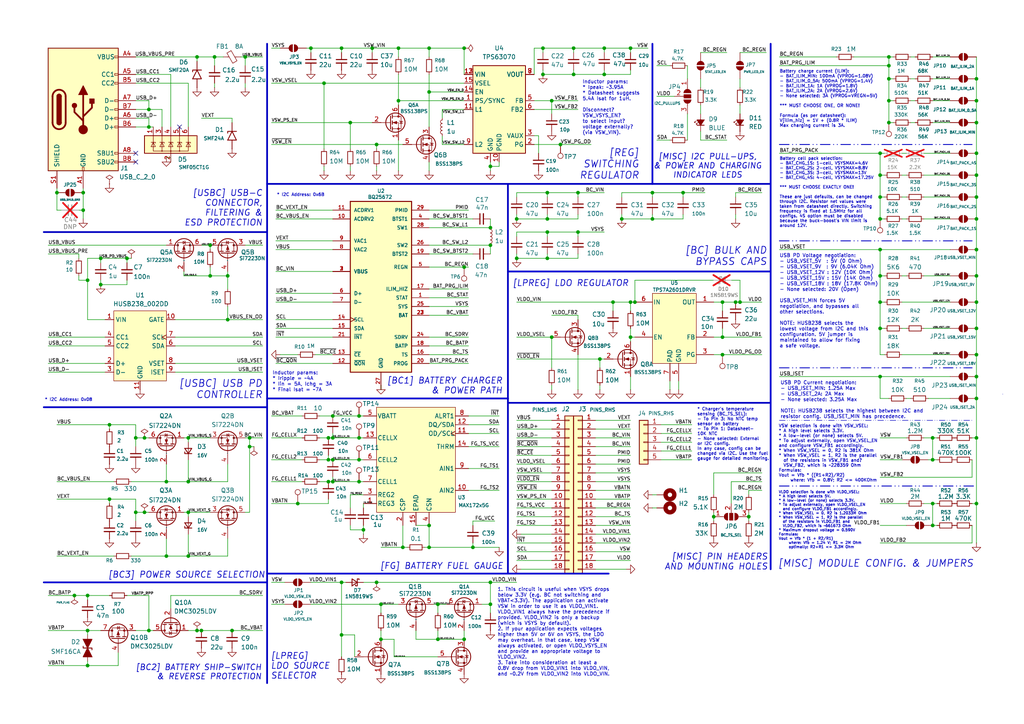
<source format=kicad_sch>
(kicad_sch (version 20250114) (generator "eeschema") (generator_version "9.0")
  (paper "A4")
  (text "[BC3] POWER SOURCE SELECTION" (at 54.102 166.878 0) (effects (font (size 1.778 1.778) (thickness 0.2032) (bold yes) (italic yes))))
  (text "USB PD Current negotiation:\n- USB_ISET_MIN: 1.25A Max\n- USB_ISET_2A: 2A Max\n- None selected: 3.25A Max\n\nNOTE: HUSB238 selects the highest between I2C and\nresistor config. USB_ISET_MIN has precedence." (at 226.314 116.078 0) (effects (font (size 1.016 1.016)) (justify left)))
  (text "[USBC] USB PD\nCONTROLLER" (at 76.2 113.03 0) (effects (font (size 2.032 2.032) (thickness 0.2032) (bold yes) (italic yes)) (justify right)))
  (text "* I2C Address: 0x08" (at 12.954 116.078 0) (effects (font (size 0.889 0.889)) (justify left)))
  (text "[BC1] BATTERY CHARGER\n& POWER PATH" (at 145.796 112.014 0) (effects (font (size 1.778 1.778) (thickness 0.2032) (bold yes) (italic yes)) (justify right)))
  (text "[FG] BATTERY FUEL GAUGE" (at 146.05 164.338 0) (effects (font (size 1.778 1.778) (thickness 0.2032) (bold yes) (italic yes)) (justify right)))
  (text "USB PD Voltage negotiation:\n- USB_VSET_5V  : 5V (0 Ohm)\n- USB_VSET_9V  : 9V (6.04K Ohm)\n- USB_VSET_12V : 12V (10K Ohm)\n- USB_VSET_15V : 15V (14K Ohm)\n- USB_VSET_18V : 18V (17.8K Ohm)\n- None selected: 20V (Open)\n\nUSB_VSET_MIN forces 5V\nnegotiation, and bypasses all\nother selections.\n\nNOTE: HUSB238 selects the\nlowest voltage from I2C and this\nconfiguration. 5V jumper is\nmaintained to allow for fixing\na safe voltage." (at 226.06 87.376 0) (effects (font (size 1.016 1.016)) (justify left)))
  (text "Battery cell pack selection:\n- BAT_CHG_1S: 1-cell, VSYSMAX=4.6V\n- BAT_CHG_2S: 2-cell, VSYSMAX=8.8V\n- BAT_CHG_3S: 3-cell, VSYSMAX=13V\n- BAT_CHG_4S: 4-cell, VSYSMAX=17.25V\n\n*** MUST CHOOSE EXACTLY ONE!\n\nThese are just defaults, can be changed\nthrough I2C. Resistor net values were\ntaken from datasheet directly. Switching\nfrequency is fixed at 1.5MHz for all\nconfigs. 4S option must be disabled\nbecause the buck-boost's VIN limit is\naround 12V." (at 226.06 55.88 0) (effects (font (size 0.8636 0.8636)) (justify left)))
  (text "[BC2] BATTERY SHIP-SWITCH\n& REVERSE PROTECTION" (at 75.946 195.072 0) (effects (font (size 1.651 1.651) (thickness 0.2032) (bold yes) (italic yes)) (justify right)))
  (text "[MISC] PIN HEADERS\nAND MOUNTING HOLES" (at 222.758 163.068 0) (effects (font (size 1.778 1.778) (thickness 0.2032) (bold yes) (italic yes)) (justify right)))
  (text "Inductor params:\n* Ipeak: ~3.95A\n* Datasheet suggests\n5.4A Isat for 1uH.\n\nDisconnect\r\nVSW_VSYS_EN\r\nto select input\r\nvoltage externally\r\n(via VSW_VIN)." (at 168.91 31.242 0) (effects (font (size 1.016 1.016)) (justify left)))
  (text "1. This circuit is useful when VSYS drops\nbelow 3.3V (e.g. BC not switching and\nVBAT<3.3V). The application can activate\nVSW in order to use it as VLDO_VIN1.\nVLDO_VIN1 always have the precedence if\nprovided. VLDO_VIN2 is only a backup\n(which is VSYS by default).\n2. If your application expects voltages\nhigher than 5V or 6V on VSYS, the LDO\nmay overheat. In that case, keep VSW\nalways activated, or open VLDO_VSYS_EN \nand provide an appropriate voltage to\nVLDO_VIN2.\n3. Take into consideration at least a\n0.8V drop from VLDO_VIN1 into VLDO_VIN,\nand ~0.2V from VLDO_VIN2 into VLDO_VIN." (at 144.272 183.388 0) (effects (font (size 1.016 1.016)) (justify left)))
  (text "[LPREG] LDO REGULATOR" (at 148.59 82.296 0) (effects (font (size 1.778 1.778) (thickness 0.2032) (bold yes) (italic yes)) (justify left)))
  (text "VLDO selection is done with VLDO_VSEL:\n* A high level selects 5V.\n* A low-level (or none) selects 3.3V.\n* To adjust externally, open VLDO_VSEL_EN\n  and configure VLDO_FB1 accordingly.\n* When VSW_VSEL = 0, R2 is 1.2033M Ohm\n* When VSW_VSEL = 1, R2 is the parallel\n  of the resistors in VLDO_FB1 and\n  VLDO_FB2, which is ~661673 Ohm\n* Maximum dropout voltage = 0.590V\nFormulas:\nVout = Vfb * (1 + R2/R1)\n	where: Vfb = 1.24 V; R1 = 2M Ohm\n	optimally: R2+R1 <= 3.3M Ohm\n" (at 225.806 150.876 0) (effects (font (size 0.762 0.762)) (justify left)))
  (text "[MISC] I2C PULL-UPS,\n& POWER AND CHARGING\nINDICATOR LEDS" (at 205.232 48.26 0) (effects (font (size 1.651 1.651) (thickness 0.2032) (bold yes) (italic yes))))
  (text "VSW selection is done with VSW_VSEL:\n* A high level selects 3.3V.\n* A low-level (or none) selects 5V.\n* To adjust externally, open VSW_VSEL_EN\nand configure VSW_FB1 accordingly.\n* When VSW_VSEL = 0, R2 is 381K Ohm\n* When VSW_VSEL = 1, R2 is the parallel\n  of the resistors in VSW_FB1 and\r\n  VSW_FB2, which is ~228359 Ohm\nFormulas:\nVout = Vfb * ((R1+R2)/R2)\n	where: Vfb = 0.8V; R2 <= 400KOhm" (at 225.806 131.572 0) (effects (font (size 0.889 0.889)) (justify left)))
  (text "* I2C Address: 0x6B" (at 80.264 56.642 0) (effects (font (size 0.889 0.889)) (justify left)))
  (text "* Charger's temperature\nsensing (BC_TS_SEL):\n- To Pin 3: No NTC temp\nsensor on battery\n- To Pin 1: Datasheet-\n10K NTC\n- None selected: External\nor I2C config.\nIn any case, config can be\nchanged via I2C. Use the fuel\ngauge for detailed monitoring." (at 202.184 125.984 0) (effects (font (size 0.889 0.889)) (justify left)))
  (text "Battery charge current (ILIM):\n- BAT_ILIM_MIN: 100mA (VPROG=1.08V)\n- BAT_ILIM_0_5A: 500mA (VPROG=1.4V)\n- BAT_ILIM_1A: 1A (VPROG=1.8V)\n- BAT_ILIM_2A: 2A (VPROG=2.6V)\n- None selected: 3A (VPROG=VREGN=5V)\n\n*** MUST CHOOSE ONE, OR NONE!\n\nFormula (as per datasheet):\nV[ilim_hiz] = 1V + (0.8R * ILIM)\nMax charging current is 3A." (at 226.06 28.702 0) (effects (font (size 0.889 0.889)) (justify left)))
  (text "[MISC] MODULE CONFIG. & JUMPERS" (at 254 163.576 0) (effects (font (size 2.032 2.032) (thickness 0.2032) (bold yes) (italic yes))))
  (text "[LPREG]\nLDO SOURCE\nSELECTOR" (at 78.486 193.294 0) (effects (font (size 1.778 1.778) (thickness 0.2032) (bold yes) (italic yes)) (justify left)))
  (text "[BC] BULK AND\nBYPASS CAPS\n" (at 222.504 74.422 0) (effects (font (size 2.032 2.032) (thickness 0.2032) (bold yes) (italic yes)) (justify right)))
  (text "Inductor params:\n* Iripple = ~4A\n* Iin = 5A, Ichg = 3A\n* Final Isat = ~7A" (at 78.994 110.744 0) (effects (font (size 1.016 1.016)) (justify left)))
  (text "[USBC] USB-C\nCONNECTOR,\nFILTERING &\nESD PROTECTION" (at 76.2 60.452 0) (effects (font (size 1.778 1.778) (thickness 0.2032) (bold yes) (italic yes)) (justify right)))
  (text "[REG]\nSWITCHING\nREGULATOR" (at 185.42 47.752 0) (effects (font (size 2.032 2.032) (thickness 0.2032) (bold yes) (italic yes)) (justify right)))
  (junction (at 166.37 21.59))
  (junction (at 158.75 63.5))
  (junction (at 175.26 21.59))
  (junction (at 270.51 127))
  (junction (at 158.75 67.31))
  (junction (at 54.61 161.29))
  (junction (at 105.41 153.67))
  (junction (at 104.14 133.35))
  (junction (at 283.21 146.05))
  (junction (at 255.27 44.45))
  (junction (at 160.02 29.21))
  (junction (at 142.24 71.12))
  (junction (at 99.06 184.15))
  (junction (at 207.01 149.86))
  (junction (at 283.21 44.45))
  (junction (at 25.4 193.04))
  (junction (at 214.63 87.63))
  (junction (at 134.62 77.47))
  (junction (at 86.36 146.05))
  (junction (at 257.81 16.51))
  (junction (at 189.23 63.5))
  (junction (at 283.21 95.25))
  (junction (at 96.52 120.65))
  (junction (at 198.12 55.88))
  (junction (at 107.95 13.97))
  (junction (at 255.27 72.39))
  (junction (at 25.4 172.72))
  (junction (at 283.21 50.8))
  (junction (at 104.14 139.7))
  (junction (at 283.21 109.22))
  (junction (at 110.49 185.42))
  (junction (at 90.17 13.97))
  (junction (at 160.02 97.79))
  (junction (at 31.75 123.19))
  (junction (at 124.46 158.75))
  (junction (at 255.27 109.22))
  (junction (at 157.48 13.97))
  (junction (at 96.52 133.35))
  (junction (at 257.81 22.86))
  (junction (at 72.39 129.54))
  (junction (at 158.75 55.88))
  (junction (at 209.55 102.87))
  (junction (at 175.26 13.97))
  (junction (at 283.21 63.5))
  (junction (at 24.13 60.96))
  (junction (at 209.55 97.79))
  (junction (at 25.4 81.28))
  (junction (at 124.46 13.97))
  (junction (at 283.21 80.01))
  (junction (at 182.88 97.79))
  (junction (at 167.64 55.88))
  (junction (at 255.27 50.8))
  (junction (at 95.25 127))
  (junction (at 57.15 182.88))
  (junction (at 257.81 19.05))
  (junction (at 166.37 13.97))
  (junction (at 283.21 115.57))
  (junction (at 29.21 74.93))
  (junction (at 54.61 139.7))
  (junction (at 95.25 139.7))
  (junction (at 24.13 55.88))
  (junction (at 95.25 133.35))
  (junction (at 182.88 87.63))
  (junction (at 99.06 168.91))
  (junction (at 58.42 182.88))
  (junction (at 142.24 175.26))
  (junction (at 255.27 80.01))
  (junction (at 31.75 144.78))
  (junction (at 134.62 185.42))
  (junction (at 270.51 152.4))
  (junction (at 43.18 31.75))
  (junction (at 173.99 104.14))
  (junction (at 255.27 95.25))
  (junction (at 16.51 55.88))
  (junction (at 43.18 36.83))
  (junction (at 72.39 127))
  (junction (at 39.37 148.59))
  (junction (at 189.23 55.88))
  (junction (at 41.91 148.59))
  (junction (at 104.14 120.65))
  (junction (at 109.22 41.91))
  (junction (at 57.15 16.51))
  (junction (at 180.34 63.5))
  (junction (at 283.21 102.87))
  (junction (at 54.61 148.59))
  (junction (at 43.18 182.88))
  (junction (at 255.27 63.5))
  (junction (at 115.57 13.97))
  (junction (at 283.21 57.15))
  (junction (at 257.81 35.56))
  (junction (at 62.23 16.51))
  (junction (at 124.46 152.4))
  (junction (at 66.04 80.01))
  (junction (at 25.4 182.88))
  (junction (at 158.75 74.93))
  (junction (at 162.56 41.91))
  (junction (at 257.81 29.21))
  (junction (at 115.57 29.21))
  (junction (at 270.51 133.35))
  (junction (at 283.21 29.21))
  (junction (at 71.12 16.51))
  (junction (at 167.64 67.31))
  (junction (at 184.15 87.63))
  (junction (at 60.96 80.01))
  (junction (at 182.88 13.97))
  (junction (at 149.86 63.5))
  (junction (at 209.55 87.63))
  (junction (at 101.6 35.56))
  (junction (at 60.96 71.12))
  (junction (at 124.46 26.67))
  (junction (at 110.49 175.26))
  (junction (at 283.21 22.86))
  (junction (at 29.21 82.55))
  (junction (at 134.62 13.97))
  (junction (at 157.48 21.59))
  (junction (at 99.06 13.97))
  (junction (at 142.24 168.91))
  (junction (at 177.8 87.63))
  (junction (at 21.59 172.72))
  (junction (at 283.21 127))
  (junction (at 67.31 182.88))
  (junction (at 96.52 127))
  (junction (at 96.52 139.7))
  (junction (at 93.98 24.13))
  (junction (at 54.61 127))
  (junction (at 48.26 161.29))
  (junction (at 116.84 158.75))
  (junction (at 213.36 87.63))
  (junction (at 36.83 74.93))
  (junction (at 66.04 92.71))
  (junction (at 217.17 149.86))
  (junction (at 255.27 87.63))
  (junction (at 270.51 146.05))
  (junction (at 283.21 87.63))
  (junction (at 149.86 74.93))
  (junction (at 255.27 57.15))
  (junction (at 39.37 127))
  (junction (at 104.14 127))
  (junction (at 283.21 72.39))
  (junction (at 142.24 66.04))
  (junction (at 109.22 168.91))
  (junction (at 283.21 35.56))
  (junction (at 41.91 127))
  (junction (at 48.26 139.7))
  (junction (at 127 175.26))
  (junction (at 127 185.42))
  (junction (at 142.24 48.26))
  (junction (at 137.16 158.75))
  (no_connect (at 39.37 44.45))
  (no_connect (at 52.07 36.83))
  (no_connect (at 39.37 46.99))
  (wire (pts (xy 107.95 13.97) (xy 115.57 13.97)))
  (wire (pts (xy 104.14 139.7) (xy 105.41 139.7)))
  (wire (pts (xy 101.6 153.67) (xy 105.41 153.67)))
  (wire (pts (xy 115.57 21.59) (xy 115.57 29.21)))
  (wire (pts (xy 149.86 134.62) (xy 160.02 134.62)))
  (wire (pts (xy 13.97 193.04) (xy 25.4 193.04)))
  (wire (pts (xy 78.74 127) (xy 87.63 127)))
  (wire (pts (xy 157.48 15.24) (xy 157.48 13.97)))
  (wire (pts (xy 158.75 67.31) (xy 167.64 67.31)))
  (wire (pts (xy 22.86 81.28) (xy 25.4 81.28)))
  (wire (pts (xy 13.97 172.72) (xy 21.59 172.72)))
  (wire (pts (xy 16.51 144.78) (xy 31.75 144.78)))
  (polyline (pts (xy 226.06 41.91) (xy 281.94 41.91)) (stroke (width 0.254) (type dash_dot_dot)))
  (wire (pts (xy 261.62 80.01) (xy 262.89 80.01)))
  (polyline (pts (xy 12.7 118.11) (xy 77.47 118.11)) (stroke (width 0.508) (type solid)))
  (wire (pts (xy 214.63 30.48) (xy 214.63 33.02)))
  (wire (pts (xy 124.46 97.79) (xy 135.89 97.79)))
  (wire (pts (xy 209.55 87.63) (xy 209.55 90.17)))
  (wire (pts (xy 124.46 13.97) (xy 124.46 16.51)))
  (wire (pts (xy 135.89 142.24) (xy 144.78 142.24)))
  (wire (pts (xy 54.61 133.35) (xy 54.61 139.7)))
  (wire (pts (xy 78.74 24.13) (xy 93.98 24.13)))
  (wire (pts (xy 265.43 22.86) (xy 264.16 22.86)))
  (wire (pts (xy 142.24 48.26) (xy 142.24 46.99)))
  (wire (pts (xy 175.26 13.97) (xy 175.26 15.24)))
  (wire (pts (xy 90.17 13.97) (xy 99.06 13.97)))
  (wire (pts (xy 182.88 154.94) (xy 172.72 154.94)))
  (wire (pts (xy 110.49 158.75) (xy 116.84 158.75)))
  (wire (pts (xy 267.97 57.15) (xy 275.59 57.15)))
  (wire (pts (xy 172.72 121.92) (xy 182.88 121.92)))
  (wire (pts (xy 283.21 87.63) (xy 283.21 95.25)))
  (wire (pts (xy 139.7 175.26) (xy 142.24 175.26)))
  (wire (pts (xy 191.77 123.19) (xy 200.66 123.19)))
  (wire (pts (xy 156.21 39.37) (xy 156.21 44.45)))
  (wire (pts (xy 182.88 157.48) (xy 172.72 157.48)))
  (wire (pts (xy 101.6 35.56) (xy 107.95 35.56)))
  (wire (pts (xy 49.53 21.59) (xy 49.53 36.83)))
  (wire (pts (xy 57.15 16.51) (xy 62.23 16.51)))
  (wire (pts (xy 149.86 152.4) (xy 160.02 152.4)))
  (wire (pts (xy 46.99 36.83) (xy 46.99 31.75)))
  (wire (pts (xy 13.97 107.95) (xy 30.48 107.95)))
  (wire (pts (xy 36.83 82.55) (xy 36.83 81.28)))
  (wire (pts (xy 62.23 19.05) (xy 62.23 16.51)))
  (wire (pts (xy 182.88 87.63) (xy 184.15 87.63)))
  (wire (pts (xy 158.75 63.5) (xy 167.64 63.5)))
  (wire (pts (xy 99.06 184.15) (xy 99.06 190.5)))
  (wire (pts (xy 256.54 95.25) (xy 255.27 95.25)))
  (wire (pts (xy 39.37 31.75) (xy 43.18 31.75)))
  (wire (pts (xy 160.02 91.44) (xy 167.64 91.44)))
  (wire (pts (xy 104.14 127) (xy 105.41 127)))
  (wire (pts (xy 149.86 132.08) (xy 160.02 132.08)))
  (wire (pts (xy 105.41 168.91) (xy 109.22 168.91)))
  (wire (pts (xy 167.64 91.44) (xy 167.64 92.71)))
  (wire (pts (xy 13.97 105.41) (xy 30.48 105.41)))
  (wire (pts (xy 257.81 29.21) (xy 257.81 35.56)))
  (wire (pts (xy 43.18 172.72) (xy 43.18 182.88)))
  (wire (pts (xy 191.77 125.73) (xy 200.66 125.73)))
  (wire (pts (xy 194.31 40.64) (xy 190.5 40.64)))
  (wire (pts (xy 71.12 19.05) (xy 71.12 16.51)))
  (wire (pts (xy 91.44 102.87) (xy 96.52 102.87)))
  (wire (pts (xy 283.21 50.8) (xy 283.21 57.15)))
  (wire (pts (xy 41.91 148.59) (xy 39.37 148.59)))
  (wire (pts (xy 209.55 87.63) (xy 213.36 87.63)))
  (polyline (pts (xy 77.47 12.7) (xy 77.47 198.12)) (stroke (width 0.508) (type solid)))
  (wire (pts (xy 149.86 63.5) (xy 158.75 63.5)))
  (wire (pts (xy 261.62 63.5) (xy 262.89 63.5)))
  (wire (pts (xy 41.91 148.59) (xy 43.18 148.59)))
  (wire (pts (xy 62.23 16.51) (xy 64.77 16.51)))
  (wire (pts (xy 116.84 152.4) (xy 116.84 158.75)))
  (wire (pts (xy 149.86 129.54) (xy 160.02 129.54)))
  (wire (pts (xy 124.46 66.04) (xy 142.24 66.04)))
  (wire (pts (xy 31.75 144.78) (xy 31.75 146.05)))
  (wire (pts (xy 38.1 161.29) (xy 48.26 161.29)))
  (wire (pts (xy 255.27 50.8) (xy 255.27 57.15)))
  (wire (pts (xy 124.46 91.44) (xy 135.89 91.44)))
  (wire (pts (xy 172.72 142.24) (xy 182.88 142.24)))
  (wire (pts (xy 135.89 125.73) (xy 144.78 125.73)))
  (wire (pts (xy 255.27 102.87) (xy 256.54 102.87)))
  (wire (pts (xy 93.98 24.13) (xy 93.98 43.18)))
  (wire (pts (xy 283.21 22.86) (xy 283.21 29.21)))
  (wire (pts (xy 214.63 22.86) (xy 214.63 25.4)))
  (wire (pts (xy 167.64 55.88) (xy 167.64 57.15)))
  (wire (pts (xy 124.46 88.9) (xy 135.89 88.9)))
  (wire (pts (xy 115.57 13.97) (xy 115.57 16.51)))
  (wire (pts (xy 172.72 165.1) (xy 181.61 165.1)))
  (wire (pts (xy 199.39 19.05) (xy 199.39 22.86)))
  (wire (pts (xy 53.34 148.59) (xy 54.61 148.59)))
  (wire (pts (xy 189.23 143.51) (xy 190.5 143.51)))
  (wire (pts (xy 54.61 24.13) (xy 54.61 36.83)))
  (wire (pts (xy 270.51 22.86) (xy 275.59 22.86)))
  (wire (pts (xy 149.86 137.16) (xy 160.02 137.16)))
  (wire (pts (xy 137.16 158.75) (xy 124.46 158.75)))
  (wire (pts (xy 101.6 143.51) (xy 105.41 143.51)))
  (wire (pts (xy 78.74 41.91) (xy 109.22 41.91)))
  (wire (pts (xy 189.23 63.5) (xy 198.12 63.5)))
  (wire (pts (xy 261.62 87.63) (xy 275.59 87.63)))
  (wire (pts (xy 86.36 146.05) (xy 95.25 146.05)))
  (wire (pts (xy 158.75 73.66) (xy 158.75 74.93)))
  (wire (pts (xy 128.27 31.75) (xy 134.62 31.75)))
  (wire (pts (xy 54.61 127) (xy 54.61 128.27)))
  (wire (pts (xy 177.8 87.63) (xy 177.8 90.17)))
  (wire (pts (xy 46.99 31.75) (xy 43.18 31.75)))
  (wire (pts (xy 191.77 128.27) (xy 200.66 128.27)))
  (wire (pts (xy 29.21 74.93) (xy 36.83 74.93)))
  (wire (pts (xy 209.55 97.79) (xy 220.98 97.79)))
  (wire (pts (xy 78.74 168.91) (xy 82.55 168.91)))
  (wire (pts (xy 189.23 55.88) (xy 198.12 55.88)))
  (wire (pts (xy 160.02 106.68) (xy 160.02 97.79)))
  (wire (pts (xy 191.77 130.81) (xy 200.66 130.81)))
  (wire (pts (xy 71.12 16.51) (xy 69.85 16.51)))
  (wire (pts (xy 54.61 127) (xy 60.96 127)))
  (wire (pts (xy 175.26 21.59) (xy 182.88 21.59)))
  (wire (pts (xy 270.51 127) (xy 270.51 133.35)))
  (wire (pts (xy 96.52 133.35) (xy 104.14 133.35)))
  (wire (pts (xy 128.27 39.37) (xy 128.27 41.91)))
  (wire (pts (xy 157.48 13.97) (xy 166.37 13.97)))
  (wire (pts (xy 283.21 127) (xy 283.21 146.05)))
  (wire (pts (xy 134.62 77.47) (xy 135.89 77.47)))
  (wire (pts (xy 81.28 102.87) (xy 86.36 102.87)))
  (wire (pts (xy 71.12 148.59) (xy 72.39 148.59)))
  (wire (pts (xy 71.12 71.12) (xy 76.2 71.12)))
  (wire (pts (xy 110.49 111.76) (xy 110.49 113.03)))
  (wire (pts (xy 13.97 73.66) (xy 22.86 73.66)))
  (wire (pts (xy 158.75 62.23) (xy 158.75 63.5)))
  (wire (pts (xy 25.4 81.28) (xy 25.4 92.71)))
  (wire (pts (xy 110.49 175.26) (xy 115.57 175.26)))
  (wire (pts (xy 189.23 147.32) (xy 190.5 147.32)))
  (wire (pts (xy 88.9 13.97) (xy 90.17 13.97)))
  (wire (pts (xy 149.86 149.86) (xy 160.02 149.86)))
  (wire (pts (xy 34.29 189.23) (xy 34.29 193.04)))
  (wire (pts (xy 80.01 69.85) (xy 96.52 69.85)))
  (wire (pts (xy 220.98 137.16) (xy 207.01 137.16)))
  (polyline (pts (xy 12.7 67.31) (xy 77.47 67.31)) (stroke (width 0.508) (type solid)))
  (wire (pts (xy 13.97 97.79) (xy 30.48 97.79)))
  (wire (pts (xy 167.64 62.23) (xy 167.64 63.5)))
  (wire (pts (xy 137.16 157.48) (xy 137.16 158.75)))
  (wire (pts (xy 115.57 40.64) (xy 115.57 49.53)))
  (wire (pts (xy 101.6 48.26) (xy 101.6 49.53)))
  (wire (pts (xy 101.6 153.67) (xy 101.6 152.4)))
  (wire (pts (xy 39.37 182.88) (xy 43.18 182.88)))
  (wire (pts (xy 261.62 57.15) (xy 262.89 57.15)))
  (wire (pts (xy 283.21 95.25) (xy 283.21 102.87)))
  (wire (pts (xy 217.17 148.59) (xy 217.17 149.86)))
  (wire (pts (xy 259.08 29.21) (xy 257.81 29.21)))
  (wire (pts (xy 257.81 16.51) (xy 257.81 19.05)))
  (wire (pts (xy 90.17 13.97) (xy 90.17 15.24)))
  (wire (pts (xy 80.01 87.63) (xy 96.52 87.63)))
  (wire (pts (xy 157.48 21.59) (xy 166.37 21.59)))
  (wire (pts (xy 67.31 34.29) (xy 67.31 35.56)))
  (wire (pts (xy 80.01 92.71) (xy 96.52 92.71)))
  (wire (pts (xy 207.01 137.16) (xy 207.01 143.51)))
  (wire (pts (xy 190.5 19.05) (xy 194.31 19.05)))
  (polyline (pts (xy 147.32 116.84) (xy 223.52 116.84)) (stroke (width 0.508) (type solid)))
  (wire (pts (xy 184.15 81.28) (xy 184.15 87.63)))
  (wire (pts (xy 48.26 134.62) (xy 48.26 139.7)))
  (wire (pts (xy 255.27 146.05) (xy 262.89 146.05)))
  (wire (pts (xy 135.89 60.96) (xy 124.46 60.96)))
  (wire (pts (xy 255.27 87.63) (xy 255.27 95.25)))
  (wire (pts (xy 16.51 60.96) (xy 16.51 55.88)))
  (wire (pts (xy 182.88 13.97) (xy 187.96 13.97)))
  (wire (pts (xy 189.23 55.88) (xy 189.23 57.15)))
  (wire (pts (xy 124.46 71.12) (xy 142.24 71.12)))
  (wire (pts (xy 283.21 35.56) (xy 283.21 44.45)))
  (wire (pts (xy 149.86 67.31) (xy 158.75 67.31)))
  (polyline (pts (xy 77.47 53.34) (xy 223.52 53.34)) (stroke (width 0.508) (type solid)))
  (wire (pts (xy 149.86 142.24) (xy 160.02 142.24)))
  (wire (pts (xy 90.17 175.26) (xy 110.49 175.26)))
  (wire (pts (xy 283.21 16.51) (xy 283.21 22.86)))
  (wire (pts (xy 127 175.26) (xy 129.54 175.26)))
  (wire (pts (xy 109.22 41.91) (xy 109.22 43.18)))
  (wire (pts (xy 144.78 48.26) (xy 142.24 48.26)))
  (wire (pts (xy 212.09 146.05) (xy 212.09 139.7)))
  (wire (pts (xy 66.04 92.71) (xy 76.2 92.71)))
  (wire (pts (xy 96.52 125.73) (xy 96.52 127)))
  (wire (pts (xy 80.01 63.5) (xy 96.52 63.5)))
  (wire (pts (xy 265.43 29.21) (xy 264.16 29.21)))
  (wire (pts (xy 66.04 88.9) (xy 66.04 92.71)))
  (wire (pts (xy 105.41 147.32) (xy 105.41 146.05)))
  (wire (pts (xy 127 175.26) (xy 127 177.8)))
  (wire (pts (xy 124.46 158.75) (xy 124.46 152.4)))
  (wire (pts (xy 80.01 60.96) (xy 96.52 60.96)))
  (wire (pts (xy 114.3 185.42) (xy 114.3 190.5)))
  (wire (pts (xy 96.52 120.65) (xy 104.14 120.65)))
  (wire (pts (xy 166.37 15.24) (xy 166.37 13.97)))
  (wire (pts (xy 60.96 71.12) (xy 60.96 72.39)))
  (wire (pts (xy 22.86 73.66) (xy 22.86 74.93)))
  (wire (pts (xy 95.25 127) (xy 96.52 127)))
  (wire (pts (xy 54.61 182.88) (xy 57.15 182.88)))
  (wire (pts (xy 127 185.42) (xy 134.62 185.42)))
  (wire (pts (xy 265.43 16.51) (xy 264.16 16.51)))
  (wire (pts (xy 269.24 133.35) (xy 270.51 133.35)))
  (wire (pts (xy 116.84 158.75) (xy 118.11 158.75)))
  (wire (pts (xy 149.86 160.02) (xy 160.02 160.02)))
  (polyline (pts (xy 226.06 140.97) (xy 283.21 140.97)) (stroke (width 0.254) (type dash_dot_dot)))
  (wire (pts (xy 49.53 172.72) (xy 76.2 172.72)))
  (wire (pts (xy 214.63 87.63) (xy 220.98 87.63)))
  (wire (pts (xy 226.06 72.39) (xy 255.27 72.39)))
  (wire (pts (xy 214.63 81.28) (xy 214.63 87.63)))
  (wire (pts (xy 93.98 48.26) (xy 93.98 49.53)))
  (wire (pts (xy 17.78 60.96) (xy 16.51 60.96)))
  (wire (pts (xy 283.21 109.22) (xy 283.21 115.57)))
  (wire (pts (xy 78.74 175.26) (xy 82.55 175.26)))
  (wire (pts (xy 160.02 29.21) (xy 160.02 33.02)))
  (wire (pts (xy 24.13 60.96) (xy 24.13 63.5)))
  (wire (pts (xy 158.75 55.88) (xy 158.75 57.15)))
  (wire (pts (xy 256.54 44.45) (xy 255.27 44.45)))
  (wire (pts (xy 267.97 50.8) (xy 275.59 50.8)))
  (wire (pts (xy 190.5 27.94) (xy 195.58 27.94)))
  (wire (pts (xy 39.37 24.13) (xy 54.61 24.13)))
  (wire (pts (xy 124.46 86.36) (xy 135.89 86.36)))
  (wire (pts (xy 261.62 95.25) (xy 262.89 95.25)))
  (wire (pts (xy 213.36 87.63) (xy 214.63 87.63)))
  (wire (pts (xy 172.72 149.86) (xy 182.88 149.86)))
  (wire (pts (xy 120.65 182.88) (xy 120.65 185.42)))
  (wire (pts (xy 207.01 102.87) (xy 209.55 102.87)))
  (wire (pts (xy 256.54 50.8) (xy 255.27 50.8)))
  (wire (pts (xy 149.86 55.88) (xy 149.86 57.15)))
  (wire (pts (xy 38.1 139.7) (xy 48.26 139.7)))
  (wire (pts (xy 72.39 127) (xy 72.39 129.54)))
  (wire (pts (xy 189.23 62.23) (xy 189.23 63.5)))
  (wire (pts (xy 158.75 74.93) (xy 167.64 74.93)))
  (wire (pts (xy 267.97 95.25) (xy 275.59 95.25)))
  (wire (pts (xy 31.75 144.78) (xy 39.37 144.78)))
  (wire (pts (xy 39.37 29.21) (xy 43.18 29.21)))
  (wire (pts (xy 226.06 19.05) (xy 257.81 19.05)))
  (wire (pts (xy 54.61 139.7) (xy 66.04 139.7)))
  (wire (pts (xy 25.4 193.04) (xy 34.29 193.04)))
  (wire (pts (xy 172.72 127) (xy 182.88 127)))
  (wire (pts (xy 124.46 63.5) (xy 137.16 63.5)))
  (wire (pts (xy 29.21 82.55) (xy 29.21 81.28)))
  (wire (pts (xy 154.94 31.75) (xy 167.64 31.75)))
  (wire (pts (xy 31.75 123.19) (xy 31.75 124.46)))
  (wire (pts (xy 172.72 137.16) (xy 182.88 137.16)))
  (wire (pts (xy 283.21 80.01) (xy 283.21 87.63)))
  (wire (pts (xy 80.01 78.74) (xy 96.52 78.74)))
  (wire (pts (xy 39.37 34.29) (xy 43.18 34.29)))
  (wire (pts (xy 217.17 142.24) (xy 217.17 143.51)))
  (wire (pts (xy 39.37 123.19) (xy 39.37 127)))
  (wire (pts (xy 24.13 55.88) (xy 24.13 60.96)))
  (wire (pts (xy 120.65 185.42) (xy 127 185.42)))
  (wire (pts (xy 16.51 161.29) (xy 33.02 161.29)))
  (wire (pts (xy 255.27 133.35) (xy 261.62 133.35)))
  (polyline (pts (xy 223.52 12.7) (xy 223.52 165.1)) (stroke (width 0.508) (type solid)))
  (wire (pts (xy 255.27 63.5) (xy 256.54 63.5)))
  (polyline (pts (xy 12.7 168.91) (xy 77.47 168.91)) (stroke (width 0.508) (type solid)))
  (wire (pts (xy 207.01 148.59) (xy 207.01 149.86)))
  (wire (pts (xy 104.14 133.35) (xy 105.41 133.35)))
  (wire (pts (xy 270.51 127) (xy 271.78 127)))
  (wire (pts (xy 49.53 45.72) (xy 48.26 45.72)))
  (wire (pts (xy 101.6 35.56) (xy 101.6 43.18)))
  (wire (pts (xy 124.46 100.33) (xy 135.89 100.33)))
  (wire (pts (xy 212.09 139.7) (xy 220.98 139.7)))
  (wire (pts (xy 220.98 142.24) (xy 217.17 142.24)))
  (wire (pts (xy 78.74 146.05) (xy 86.36 146.05)))
  (wire (pts (xy 180.34 63.5) (xy 189.23 63.5)))
  (wire (pts (xy 255.27 44.45) (xy 255.27 50.8)))
  (wire (pts (xy 255.27 152.4) (xy 262.89 152.4)))
  (wire (pts (xy 43.18 31.75) (xy 43.18 29.21)))
  (wire (pts (xy 182.88 87.63) (xy 182.88 90.17)))
  (wire (pts (xy 99.06 13.97) (xy 107.95 13.97)))
  (wire (pts (xy 71.12 24.13) (xy 71.12 25.4)))
  (wire (pts (xy 267.97 80.01) (xy 275.59 80.01)))
  (wire (pts (xy 16.51 123.19) (xy 31.75 123.19)))
  (wire (pts (xy 109.22 41.91) (xy 116.84 41.91)))
  (wire (pts (xy 54.61 161.29) (xy 66.04 161.29)))
  (wire (pts (xy 54.61 148.59) (xy 54.61 149.86)))
  (wire (pts (xy 283.21 63.5) (xy 283.21 72.39)))
  (wire (pts (xy 184.15 97.79) (xy 182.88 97.79)))
  (wire (pts (xy 104.14 120.65) (xy 105.41 120.65)))
  (wire (pts (xy 172.72 139.7) (xy 182.88 139.7)))
  (wire (pts (xy 96.52 138.43) (xy 96.52 139.7)))
  (wire (pts (xy 270.51 29.21) (xy 275.59 29.21)))
  (wire (pts (xy 22.86 80.01) (xy 22.86 81.28)))
  (wire (pts (xy 149.86 144.78) (xy 160.02 144.78)))
  (wire (pts (xy 255.27 127) (xy 262.89 127)))
  (wire (pts (xy 167.64 67.31) (xy 167.64 68.58)))
  (wire (pts (xy 16.51 54.61) (xy 16.51 55.88)))
  (polyline (pts (xy 189.23 12.7) (xy 189.23 53.34)) (stroke (width 0.508) (type solid)))
  (wire (pts (xy 78.74 139.7) (xy 87.63 139.7)))
  (wire (pts (xy 172.72 147.32) (xy 182.88 147.32)))
  (wire (pts (xy 95.25 146.05) (xy 95.25 144.78)))
  (wire (pts (xy 167.64 55.88) (xy 175.26 55.88)))
  (wire (pts (xy 166.37 20.32) (xy 166.37 21.59)))
  (wire (pts (xy 115.57 29.21) (xy 134.62 29.21)))
  (wire (pts (xy 120.65 152.4) (xy 124.46 152.4)))
  (wire (pts (xy 209.55 95.25) (xy 209.55 97.79)))
  (wire (pts (xy 39.37 144.78) (xy 39.37 148.59)))
  (wire (pts (xy 172.72 160.02) (xy 182.88 160.02)))
  (wire (pts (xy 149.86 139.7) (xy 160.02 139.7)))
  (wire (pts (xy 72.39 129.54) (xy 73.66 129.54)))
  (wire (pts (xy 149.86 124.46) (xy 160.02 124.46)))
  (wire (pts (xy 124.46 26.67) (xy 124.46 36.83)))
  (wire (pts (xy 158.75 55.88) (xy 167.64 55.88)))
  (wire (pts (xy 50.8 92.71) (xy 66.04 92.71)))
  (wire (pts (xy 270.51 146.05) (xy 270.51 152.4)))
  (wire (pts (xy 269.24 115.57) (xy 275.59 115.57)))
  (wire (pts (xy 255.27 138.43) (xy 281.94 138.43)))
  (wire (pts (xy 57.15 16.51) (xy 57.15 17.78)))
  (wire (pts (xy 105.41 153.67) (xy 105.41 152.4)))
  (wire (pts (xy 29.21 74.93) (xy 25.4 74.93)))
  (wire (pts (xy 25.4 74.93) (xy 25.4 81.28)))
  (wire (pts (xy 173.99 106.68) (xy 173.99 104.14)))
  (wire (pts (xy 172.72 124.46) (xy 182.88 124.46)))
  (wire (pts (xy 149.86 87.63) (xy 177.8 87.63)))
  (polyline (pts (xy 226.06 121.92) (xy 281.94 121.92)) (stroke (width 0) (type dash_dot_dot)))
  (wire (pts (xy 173.99 111.76) (xy 173.99 113.03)))
  (wire (pts (xy 166.37 21.59) (xy 175.26 21.59)))
  (wire (pts (xy 182.88 99.06) (xy 182.88 97.79)))
  (wire (pts (xy 25.4 92.71) (xy 30.48 92.71)))
  (wire (pts (xy 66.04 80.01) (xy 66.04 83.82)))
  (wire (pts (xy 80.01 85.09) (xy 96.52 85.09)))
  (wire (pts (xy 50.8 97.79) (xy 76.2 97.79)))
  (wire (pts (xy 57.15 182.88) (xy 58.42 182.88)))
  (wire (pts (xy 48.26 139.7) (xy 54.61 139.7)))
  (wire (pts (xy 226.06 44.45) (xy 255.27 44.45)))
  (wire (pts (xy 283.21 72.39) (xy 283.21 80.01)))
  (wire (pts (xy 261.62 44.45) (xy 262.89 44.45)))
  (wire (pts (xy 72.39 127) (xy 76.2 127)))
  (wire (pts (xy 50.8 105.41) (xy 76.2 105.41)))
  (wire (pts (xy 62.23 24.13) (xy 62.23 25.4)))
  (wire (pts (xy 80.01 105.41) (xy 96.52 105.41)))
  (wire (pts (xy 199.39 33.02) (xy 199.39 40.64)))
  (wire (pts (xy 213.36 55.88) (xy 213.36 57.15)))
  (wire (pts (xy 66.04 78.74) (xy 66.04 80.01)))
  (polyline (pts (xy 226.06 69.85) (xy 281.94 69.85)) (stroke (width 0.254) (type dash_dot_dot)))
  (wire (pts (xy 29.21 74.93) (xy 29.21 76.2)))
  (wire (pts (xy 167.64 102.87) (xy 167.64 113.03)))
  (wire (pts (xy 95.25 133.35) (xy 96.52 133.35)))
  (wire (pts (xy 115.57 29.21) (xy 115.57 30.48)))
  (wire (pts (xy 72.39 129.54) (xy 72.39 148.59)))
  (wire (pts (xy 255.27 109.22) (xy 275.59 109.22)))
  (wire (pts (xy 142.24 175.26) (xy 142.24 177.8)))
  (wire (pts (xy 71.12 16.51) (xy 76.2 16.51)))
  (wire (pts (xy 80.01 72.39) (xy 96.52 72.39)))
  (wire (pts (xy 158.75 55.88) (xy 149.86 55.88)))
  (wire (pts (xy 13.97 182.88) (xy 25.4 182.88)))
  (wire (pts (xy 217.17 149.86) (xy 217.17 151.13)))
  (wire (pts (xy 267.97 127) (xy 270.51 127)))
  (wire (pts (xy 283.21 29.21) (xy 283.21 35.56)))
  (wire (pts (xy 124.46 21.59) (xy 124.46 26.67)))
  (wire (pts (xy 110.49 182.88) (xy 110.49 185.42)))
  (wire (pts (xy 134.62 13.97) (xy 134.62 21.59)))
  (wire (pts (xy 283.21 57.15) (xy 283.21 63.5)))
  (wire (pts (xy 95.25 132.08) (xy 95.25 133.35)))
  (wire (pts (xy 172.72 162.56) (xy 182.88 162.56)))
  (wire (pts (xy 143.51 151.13) (xy 137.16 151.13)))
  (wire (pts (xy 80.01 97.79) (xy 96.52 97.79)))
  (polyline (pts (xy 147.32 53.34) (xy 147.32 115.57)) (stroke (width 0.508) (type solid)))
  (wire (pts (xy 124.46 105.41) (xy 135.89 105.41)))
  (wire (pts (xy 13.97 71.12) (xy 48.26 71.12)))
  (wire (pts (xy 281.94 133.35) (xy 281.94 138.43)))
  (wire (pts (xy 41.91 127) (xy 39.37 127)))
  (wire (pts (xy 13.97 100.33) (xy 30.48 100.33)))
  (wire (pts (xy 256.54 57.15) (xy 255.27 57.15)))
  (wire (pts (xy 31.75 123.19) (xy 39.37 123.19)))
  (wire (pts (xy 53.34 80.01) (xy 60.96 80.01)))
  (wire (pts (xy 54.61 154.94) (xy 54.61 161.29)))
  (wire (pts (xy 157.48 20.32) (xy 157.48 21.59)))
  (wire (pts (xy 151.13 154.94) (xy 160.02 154.94)))
  (wire (pts (xy 135.89 135.89) (xy 144.78 135.89)))
  (wire (pts (xy 110.49 175.26) (xy 110.49 177.8)))
  (wire (pts (xy 281.94 152.4) (xy 281.94 157.48)))
  (wire (pts (xy 198.12 55.88) (xy 204.47 55.88)))
  (wire (pts (xy 49.53 172.72) (xy 49.53 176.53)))
  (wire (pts (xy 242.57 16.51) (xy 226.06 16.51)))
  (wire (pts (xy 25.4 182.88) (xy 29.21 182.88)))
  (wire (pts (xy 149.86 97.79) (xy 160.02 97.79)))
  (polyline (pts (xy 147.32 115.57) (xy 147.32 166.37)) (stroke (width 0.508) (type solid)))
  (wire (pts (xy 50.8 107.95) (xy 76.2 107.95)))
  (wire (pts (xy 255.27 80.01) (xy 255.27 87.63)))
  (wire (pts (xy 39.37 127) (xy 39.37 129.54)))
  (wire (pts (xy 203.2 30.48) (xy 203.2 33.02)))
  (wire (pts (xy 92.71 127) (xy 95.25 127)))
  (wire (pts (xy 267.97 146.05) (xy 270.51 146.05)))
  (wire (pts (xy 162.56 41.91) (xy 171.45 41.91)))
  (wire (pts (xy 135.89 120.65) (xy 144.78 120.65)))
  (wire (pts (xy 107.95 13.97) (xy 107.95 15.24)))
  (wire (pts (xy 180.34 55.88) (xy 189.23 55.88)))
  (wire (pts (xy 182.88 15.24) (xy 182.88 13.97)))
  (wire (pts (xy 149.86 157.48) (xy 160.02 157.48)))
  (wire (pts (xy 127 185.42) (xy 127 182.88)))
  (wire (pts (xy 124.46 83.82) (xy 135.89 83.82)))
  (wire (pts (xy 256.54 80.01) (xy 255.27 80.01)))
  (wire (pts (xy 207.01 149.86) (xy 207.01 151.13)))
  (wire (pts (xy 149.86 74.93) (xy 158.75 74.93)))
  (wire (pts (xy 135.89 123.19) (xy 144.78 123.19)))
  (wire (pts (xy 167.64 67.31) (xy 175.26 67.31)))
  (wire (pts (xy 125.73 175.26) (xy 127 175.26)))
  (wire (pts (xy 275.59 35.56) (xy 270.51 35.56)))
  (wire (pts (xy 92.71 120.65) (xy 96.52 120.65)))
  (wire (pts (xy 255.27 57.15) (xy 255.27 63.5)))
  (wire (pts (xy 67.31 182.88) (xy 76.2 182.88)))
  (polyline (pts (xy 77.47 166.37) (xy 176.53 166.37)) (stroke (width 0.508) (type solid)))
  (wire (pts (xy 44.45 36.83) (xy 43.18 36.83)))
  (wire (pts (xy 149.86 127) (xy 160.02 127)))
  (wire (pts (xy 203.2 25.4) (xy 203.2 22.86)))
  (wire (pts (xy 99.06 168.91) (xy 99.06 184.15)))
  (wire (pts (xy 128.27 41.91) (xy 134.62 41.91)))
  (wire (pts (xy 283.21 102.87) (xy 283.21 109.22)))
  (wire (pts (xy 38.1 74.93) (xy 36.83 74.93)))
  (wire (pts (xy 182.88 20.32) (xy 182.88 21.59)))
  (wire (pts (xy 182.88 152.4) (xy 172.72 152.4)))
  (wire (pts (xy 160.02 111.76) (xy 160.02 113.03)))
  (wire (pts (xy 210.82 40.64) (xy 203.2 40.64)))
  (wire (pts (xy 25.4 173.99) (xy 25.4 172.72)))
  (wire (pts (xy 124.46 73.66) (xy 137.16 73.66)))
  (wire (pts (xy 72.39 127) (xy 71.12 127)))
  (wire (pts (xy 16.51 139.7) (xy 33.02 139.7)))
  (wire (pts (xy 160.02 29.21) (xy 167.64 29.21)))
  (wire (pts (xy 281.94 127) (xy 283.21 127)))
  (wire (pts (xy 247.65 16.51) (xy 257.81 16.51)))
  (wire (pts (xy 267.97 63.5) (xy 275.59 63.5)))
  (wire (pts (xy 58.42 71.12) (xy 60.96 71.12)))
  (wire (pts (xy 66.04 161.29) (xy 66.04 156.21)))
  (wire (pts (xy 257.81 22.86) (xy 257.81 29.21)))
  (polyline (pts (xy 77.47 115.57) (xy 147.32 115.57)) (stroke (width 0.508) (type solid)))
  (wire (pts (xy 43.18 36.83) (xy 43.18 34.29)))
  (wire (pts (xy 105.41 154.94) (xy 105.41 153.67)))
  (wire (pts (xy 226.06 109.22) (xy 255.27 109.22)))
  (wire (pts (xy 92.71 139.7) (xy 95.25 139.7)))
  (wire (pts (xy 255.27 72.39) (xy 255.27 80.01)))
  (wire (pts (xy 180.34 55.88) (xy 180.34 57.15)))
  (wire (pts (xy 255.27 109.22) (xy 255.27 115.57)))
  (wire (pts (xy 175.26 13.97) (xy 182.88 13.97)))
  (wire (pts (xy 109.22 48.26) (xy 109.22 49.53)))
  (wire (pts (xy 177.8 87.63) (xy 182.88 87.63)))
  (wire (pts (xy 209.55 102.87) (xy 220.98 102.87)))
  (wire (pts (xy 39.37 21.59) (xy 49.53 21.59)))
  (wire (pts (xy 36.83 76.2) (xy 36.83 74.93)))
  (polyline (pts (xy 147.32 78.74) (xy 223.52 78.74)) (stroke (width 0.508) (type solid)))
  (wire (pts (xy 39.37 148.59) (xy 39.37 151.13)))
  (wire (pts (xy 257.81 19.05) (xy 257.81 22.86)))
  (wire (pts (xy 48.26 156.21) (xy 48.26 161.29)))
  (wire (pts (xy 154.94 29.21) (xy 160.02 29.21)))
  (wire (pts (xy 172.72 132.08) (xy 182.88 132.08)))
  (wire (pts (xy 166.37 13.97) (xy 175.26 13.97)))
  (wire (pts (xy 142.24 63.5) (xy 142.24 66.04)))
  (wire (pts (xy 255.27 95.25) (xy 255.27 102.87)))
  (wire (pts (xy 149.86 68.58) (xy 149.86 67.31)))
  (wire (pts (xy 207.01 87.63) (xy 209.55 87.63)))
  (wire (pts (xy 160.02 121.92) (xy 149.86 121.92)))
  (wire (pts (xy 173.99 104.14) (xy 175.26 104.14)))
  (wire (pts (xy 191.77 133.35) (xy 200.66 133.35)))
  (wire (pts (xy 114.3 190.5) (xy 127 190.5)))
  (wire (pts (xy 134.62 185.42) (xy 134.62 182.88)))
  (wire (pts (xy 96.52 139.7) (xy 104.14 139.7)))
  (wire (pts (xy 124.46 13.97) (xy 134.62 13.97)))
  (wire (pts (xy 265.43 35.56) (xy 264.16 35.56)))
  (wire (pts (xy 48.26 161.29) (xy 54.61 161.29)))
  (wire (pts (xy 78.74 120.65) (xy 87.63 120.65)))
  (wire (pts (xy 50.8 100.33) (xy 76.2 100.33)))
  (wire (pts (xy 212.09 81.28) (xy 214.63 81.28)))
  (wire (pts (xy 149.86 147.32) (xy 160.02 147.32)))
  (wire (pts (xy 267.97 44.45) (xy 275.59 44.45)))
  (wire (pts (xy 49.53 45.72) (xy 49.53 46.99)))
  (wire (pts (xy 283.21 44.45) (xy 283.21 50.8)))
  (wire (pts (xy 142.24 168.91) (xy 149.86 168.91)))
  (wire (pts (xy 207.01 81.28) (xy 184.15 81.28)))
  (wire (pts (xy 149.86 73.66) (xy 149.86 74.93)))
  (wire (pts (xy 180.34 62.23) (xy 180.34 63.5)))
  (wire (pts (xy 78.74 13.97) (xy 81.28 13.97)))
  (wire (pts (xy 54.61 148.59) (xy 60.96 148.59)))
  (wire (pts (xy 281.94 146.05) (xy 283.21 146.05)))
  (wire (pts (xy 262.89 115.57) (xy 264.16 115.57)))
  (wire (pts (xy 182.88 109.22) (xy 182.88 113.03)))
  (wire (pts (xy 158.75 67.31) (xy 158.75 68.58)))
  (wire (pts (xy 270.51 146.05) (xy 271.78 146.05)))
  (wire (pts (xy 142.24 49.53) (xy 142.24 48.26)))
  (wire (pts (xy 154.94 13.97) (xy 157.48 13.97)))
  (wire (pts (xy 167.64 73.66) (xy 167.64 74.93)))
  (wire (pts (xy 144.78 46.99) (xy 144.78 48.26)))
  (wire (pts (xy 198.12 62.23) (xy 198.12 63.5)))
  (wire (pts (xy 92.71 133.35) (xy 95.25 133.35)))
  (wire (pts (xy 53.34 78.74) (xy 53.34 80.01)))
  (wire (pts (xy 142.24 73.66) (xy 142.24 71.12)))
  (wire (pts (xy 124.46 26.67) (xy 134.62 26.67)))
  (wire (pts (xy 78.74 35.56) (xy 101.6 35.56)))
  (wire (pts (xy 259.08 16.51) (xy 257.81 16.51)))
  (wire (pts (xy 261.62 50.8) (xy 262.89 50.8)))
  (wire (pts (xy 255.27 157.48) (xy 281.94 157.48)))
  (wire (pts (xy 99.06 168.91) (xy 100.33 168.91)))
  (wire (pts (xy 25.4 184.15) (xy 25.4 182.88)))
  (wire (pts (xy 255.27 72.39) (xy 275.59 72.39)))
  (wire (pts (xy 109.22 168.91) (xy 142.24 168.91)))
  (wire (pts (xy 270.51 133.35) (xy 271.78 133.35)))
  (wire (pts (xy 22.86 60.96) (xy 24.13 60.96)))
  (wire (pts (xy 149.86 162.56) (xy 160.02 162.56)))
  (wire (pts (xy 99.06 184.15) (xy 102.87 184.15)))
  (wire (pts (xy 194.31 113.03) (xy 194.31 110.49)))
  (wire (pts (xy 41.91 127) (xy 43.18 127)))
  (wire (pts (xy 80.01 95.25) (xy 96.52 95.25)))
  (wire (pts (xy 124.46 102.87) (xy 135.89 102.87)))
  (wire (pts (xy 256.54 87.63) (xy 255.27 87.63)))
  (wire (pts (xy 182.88 95.25) (xy 182.88 97.79)))
  (wire (pts (xy 110.49 185.42) (xy 114.3 185.42)))
  (wire (pts (xy 156.21 39.37) (xy 154.94 39.37)))
  (wire (pts (xy 149.86 104.14) (xy 173.99 104.14)))
  (wire (pts (xy 36.83 82.55) (xy 29.21 82.55)))
  (wire (pts (xy 135.89 129.54) (xy 144.78 129.54)))
  (polyline (pts (xy 290.83 114.3) (xy 290.83 114.3)))
  (wire (pts (xy 172.72 144.78) (xy 182.88 144.78)))
  (wire (pts (xy 66.04 139.7) (xy 66.04 134.62)))
  (wire (pts (xy 137.16 151.13) (xy 137.16 152.4)))
  (wire (pts (xy 99.06 15.24) (xy 99.06 13.97)))
  (wire (pts (xy 115.57 13.97) (xy 124.46 13.97)))
  (wire (pts (xy 175.26 20.32) (xy 175.26 21.59)))
  (wire (pts (xy 151.13 165.1) (xy 160.02 165.1)))
  (wire (pts (xy 213.36 63.5) (xy 213.36 62.23)))
  (wire (pts (xy 154.94 41.91) (xy 162.56 41.91)))
  (wire (pts (xy 270.51 16.51) (xy 275.59 16.51)))
  (wire (pts (xy 203.2 15.24) (xy 210.82 15.24)))
  (wire (pts (xy 43.18 182.88) (xy 44.45 182.88)))
  (wire (pts (xy 172.72 129.54) (xy 182.88 129.54)))
  (wire (pts (xy 149.86 62.23) (xy 149.86 63.5)))
  (wire (pts (xy 142.24 168.91) (xy 142.24 175.26)))
  (wire (pts (xy 93.98 24.13) (xy 134.62 24.13)))
  (wire (pts (xy 128.27 31.75) (xy 128.27 34.29)))
  (wire (pts (xy 53.34 127) (xy 54.61 127)))
  (wire (pts (xy 144.78 158.75) (xy 137.16 158.75)))
  (wire (pts (xy 123.19 158.75) (xy 124.46 158.75)))
  (wire (pts (xy 101.6 143.51) (xy 101.6 147.32)))
  (wire (pts (xy 283.21 115.57) (xy 283.21 127)))
  (wire (pts (xy 124.46 46.99) (xy 124.46 49.53)))
  (wire (pts (xy 96.52 127) (xy 104.14 127)))
  (wire (pts (xy 154.94 13.97) (xy 154.94 21.59)))
  (wire (pts (xy 124.46 77.47) (xy 134.62 77.47)))
  (wire (pts (xy 196.85 113.03) (xy 196.85 110.49)))
  (wire (pts (xy 255.27 115.57) (xy 257.81 115.57)))
  (wire (pts (xy 36.83 172.72) (xy 43.18 172.72)))
  (wire (pts (xy 203.2 40.64) (xy 203.2 38.1)))
  (wire (pts (xy 78.74 133.35) (xy 87.63 133.35)))
  (wire (pts (xy 60.96 80.01) (xy 66.04 80.01)))
  (wire (pts (xy 60.96 77.47) (xy 60.96 80.01)))
  (wire (pts (xy 257.81 35.56) (xy 259.08 35.56)))
  (wire (pts (xy 102.87 184.15) (xy 102.87 190.5)))
  (wire (pts (xy 58.42 34.29) (xy 67.31 34.29)))
  (wire (pts (xy 58.42 182.88) (xy 67.31 182.88)))
  (wire (pts (xy 270.51 152.4) (xy 271.78 152.4)))
  (wire (pts (xy 21.59 172.72) (xy 25.4 172.72)))
  (wire (pts (xy 214.63 15.24) (xy 222.25 15.24)))
  (wire (pts (xy 220.98 55.88) (xy 213.36 55.88)))
  (wire (pts (xy 39.37 36.83) (xy 43.18 36.83)))
  (wire (pts (xy 207.01 97.79) (xy 209.55 97.79)))
  (wire (pts (xy 172.72 134.62) (xy 182.88 134.62)))
  (wire (pts (xy 25.4 172.72) (xy 31.75 172.72)))
  (wire (pts (xy 95.25 139.7) (xy 96.52 139.7)))
  (wire (pts (xy 24.13 54.61) (xy 24.13 55.88)))
  (wire (pts (xy 25.4 191.77) (xy 25.4 193.04)))
  (wire (pts (xy 90.17 168.91) (xy 99.06 168.91)))
  (polyline (pts (xy 226.06 106.68) (xy 281.94 106.68)) (stroke (width 0.254) (type dash_dot_dot)))
  (wire (pts (xy 39.37 16.51) (xy 57.15 16.51)))
  (wire (pts (xy 198.12 55.88) (xy 198.12 57.15)))
  (wire (pts (xy 261.62 102.87) (xy 275.59 102.87)))
  (wire (pts (xy 259.08 22.86) (xy 257.81 22.86)))
  (wire (pts (xy 283.21 146.05) (xy 283.21 157.48)))
  (label "USB_VSET_20V" (at 275.59 102.87 180) (effects (font (size 0.4572 0.4572))))
  (label "USB_PD_VBUS" (at 36.83 74.93 180) (effects (font (size 0.762 0.762))))
  (label "VSW" (at 182.88 160.02 180) (effects (font (size 1.016 1.016))))
  (label "FG_REG2" (at 101.6 143.51 0) (effects (font (size 0.508 0.508))))
  (label "BC_REGN" (at 220.98 137.16 180) (effects (font (size 1.016 1.016))))
  (label "VBATN" (at 110.49 158.75 0) (effects (font (size 1.016 1.016))))
  (label "VSW_PS_EN" (at 149.86 144.78 0) (effects (font (size 1.016 1.016))))
  (label "FG_VCC" (at 96.52 120.65 0) (effects (font (size 1.016 1.016))))
  (label "PMID" (at 182.88 134.62 180) (effects (font (size 1.016 1.016))))
  (label "BC_VIN" (at 175.26 55.88 180) (effects (font (size 1.016 1.016))))
  (label "BC_VBUS_EN" (at 16.51 139.7 0) (effects (font (size 1.016 1.016))))
  (label "BAT_PRG_PACK" (at 135.89 105.41 180) (effects (font (size 1.016 1.016))))
  (label "VBUS" (at 76.2 71.12 180) (effects (font (size 1.016 1.016))))
  (label "VBATN" (at 182.88 142.24 180) (effects (font (size 1.016 1.016))))
  (label "VSW_VIN" (at 182.88 152.4 180) (effects (font (size 1.016 1.016))))
  (label "BC_VBAT" (at 78.74 120.65 0) (effects (font (size 1.016 1.016))))
  (label "SCL" (at 149.86 160.02 0) (effects (font (size 1.016 1.016))))
  (label "VIN_VBUS_G" (at 54.61 139.7 0) (effects (font (size 0.762 0.762))))
  (label "BC_SDRV" (at 76.2 172.72 180) (effects (font (size 1.016 1.016))))
  (label "FG_CELL2_IN" (at 96.52 133.35 0) (effects (font (size 0.508 0.508))))
  (label "VLDO_VSEL" (at 149.86 97.79 0) (effects (font (size 1.016 1.016))))
  (label "FG_TS2" (at 149.86 152.4 0) (effects (font (size 1.016 1.016))))
  (label "VSW" (at 78.74 168.91 0) (effects (font (size 1.016 1.016))))
  (label "VSYS" (at 175.26 67.31 180) (effects (font (size 1.016 1.016))))
  (label "BAT_PACK_3S" (at 275.59 50.8 180) (effects (font (size 0.4572 0.4572))))
  (label "USB_VBUS_G" (at 53.34 80.01 0) (effects (font (size 0.381 0.381))))
  (label "FG_CELLX" (at 78.74 127 0) (effects (font (size 1.016 1.016))))
  (label "VSYS" (at 182.88 137.16 180) (effects (font (size 1.016 1.016))))
  (label "VSW_FB1" (at 167.64 29.21 180) (effects (font (size 1.016 1.016))))
  (label "SCL" (at 76.2 100.33 180) (effects (font (size 1.016 1.016))))
  (label "VLDO_VSEL" (at 149.86 134.62 0) (effects (font (size 1.016 1.016))))
  (label "USB_VSET_15V" (at 275.59 95.25 180) (effects (font (size 0.4572 0.4572))))
  (label "BC_TS" (at 182.88 149.86 180) (effects (font (size 1.016 1.016))))
  (label "VLDO_VIN2" (at 182.88 157.48 180) (effects (font (size 1.016 1.016))))
  (label "FG_TS1" (at 149.86 149.86 0) (effects (font (size 1.016 1.016))))
  (label "BAT_PACK_4S" (at 275.59 44.45 180) (effects (font (size 0.4572 0.4572))))
  (label "BC_VEXT_EN" (at 80.01 60.96 0) (effects (font (size 1.016 1.016))))
  (label "VEXT" (at 182.88 124.46 180) (effects (font (size 1.016 1.016))))
  (label "SDA" (at 76.2 97.79 180) (effects (font (size 1.016 1.016))))
  (label "VSW_SW_L2" (at 128.27 41.91 0) (effects (font (size 0.762 0.762))))
  (label "BAT_ILIM_0_5A" (at 275.59 29.21 180) (effects (font (size 0.4572 0.4572))))
  (label "FG_REG3" (at 105.41 146.05 0) (effects (font (size 0.381 0.381))))
  (label "BC_VBAT" (at 76.2 182.88 180) (effects (font (size 1.016 1.016))))
  (label "BC_SW_L1" (at 135.89 66.04 180) (effects (font (size 1.016 1.016))))
  (label "BC_REGN" (at 135.89 77.47 180) (effects (font (size 1.016 1.016))))
  (label "VSW_PS_EN_D" (at 134.62 29.21 180) (effects (font (size 0.635 0.635))))
  (label "BC_TS" (at 135.89 102.87 180) (effects (font (size 1.016 1.016))))
  (label "BC_VIN" (at 76.2 127 180) (effects (font (size 1.016 1.016))))
  (label "VLDO" (at 255.27 146.05 0) (effects (font (size 1.016 1.016))))
  (label "VBATP" (at 13.97 182.88 0) (effects (font (size 1.016 1.016))))
  (label "SDA" (at 190.5 40.64 0) (effects (font (size 1.016 1.016))))
  (label "VSYS" (at 78.74 13.97 0) (effects (font (size 1.016 1.016))))
  (label "VSYS" (at 78.74 175.26 0) (effects (font (size 1.016 1.016))))
  (label "SCL" (at 190.5 19.05 0) (effects (font (size 1.016 1.016))))
  (label "USB_ISET" (at 226.06 109.22 0) (effects (font (size 1.016 1.016))))
  (label "USB_CC2" (at 39.37 24.13 0) (effects (font (size 1.016 1.016))))
  (label "~{INT}" (at 144.78 120.65 180) (effects (font (size 1.016 1.016))))
  (label "BC_REGN" (at 220.98 142.24 180) (effects (font (size 1.016 1.016))))
  (label "VSW" (at 187.96 13.97 180) (effects (font (size 1.016 1.016))))
  (label "VBATN" (at 78.74 146.05 0) (effects (font (size 1.016 1.016))))
  (label "VLDO_FB1" (at 255.27 152.4 180) (effects (font (size 1.016 1.016))))
  (label "VSYS" (at 135.89 88.9 180) (effects (font (size 1.016 1.016))))
  (label "VSW_VIN" (at 105.41 13.97 0) (effects (font (size 1.016 1.016))))
  (label "~{BC_QON}" (at 149.86 129.54 0) (effects (font (size 1.016 1.016))))
  (label "BC_REGN" (at 210.82 15.24 180) (effects (font (size 1.016 1.016))))
  (label "USB_D+" (at 149.86 124.46 0) (effects (font (size 1.016 1.016))))
  (label "VLDO" (at 190.5 27.94 0) (effects (font (size 1.016 1.016))))
  (label "USB_VSET_12V" (at 275.59 87.63 180) (effects (font (size 0.4572 0.4572))))
  (label "BC_REGN" (at 226.06 16.51 0) (effects (font (size 1.016 1.016))))
  (label "VSW_VSEL" (at 78.74 24.13 0) (effects (font (size 1.016 1.016))))
  (label "BAT_ILIM_1A" (at 275.59 22.86 180) (effects (font (size 0.4572 0.4572))))
  (label "BC_VEXT_EN" (at 16.51 161.29 0) (effects (font (size 1.016 1.016))))
  (label "USB_VBUS_PRE" (at 13.97 73.66 0) (effects (font (size 1.016 1.016))))
  (label "BC_SW_L2" (at 135.89 71.12 180) (effects (font (size 1.016 1.016))))
  (label "VEXT" (at 182.88 121.92 180) (effects (font (size 1.016 1.016))))
  (label "BC_BATP" (at 13.97 172.72 0) (effects (font (size 1.016 1.016))))
  (label "BC_BATP" (at 135.89 100.33 180) (effects (font (size 1.016 1.016))))
  (label "USB_CC2" (at 13.97 100.33 0) (effects (font (size 1.016 1.016))))
  (label "VBUS" (at 16.51 123.19 0) (effects (font (size 1.016 1.016))))
  (label "USB_CC1" (at 39.37 21.59 0) (effects (font (size 1.016 1.016))))
  (label "VSW_FB2" (at 167.64 31.75 180) (effects (font (size 1.016 1.016))))
  (label "VSW_PG_OD" (at 171.45 41.91 180) (effects (font (size 1.016 1.016))))
  (label "BAT_PRG_ILIM" (at 135.89 83.82 180) (effects (font (size 1.016 1.016))))
  (label "FG_CELLX_IN" (at 96.52 127 0) (effects (font (size 0.508 0.508))))
  (label "FG_CELL2" (at 200.66 128.27 180) (effects (font (size 1.016 1.016))))
  (label "VBUS" (at 149.86 121.92 0) (effects (font (size 1.016 1.016))))
  (label "FG_CELL1" (at 200.66 130.81 180) (effects (font (size 1.016 1.016))))
  (label "~{VLDO_EN}" (at 149.86 104.14 0) (effects (font (size 1.016 1.016))))
  (label "FG_VCC" (at 143.51 151.13 180) (effects (font (size 1.016 1.016))))
  (label "USB_VBUS_D" (at 58.42 71.12 0) (effects (font (size 0.381 0.381))))
  (label "VIN_VBUS_S" (at 54.61 127 0) (effects (font (size 0.762 0.762))))
  (label "USB_D+" (at 39.37 29.21 0) (effects (font (size 1.016 1.016))))
  (label "SCL" (at 144.78 125.73 180) (effects (font (size 1.016 1.016))))
  (label "VLDO_FB2" (at 255.27 157.48 0) (effects (font (size 1.016 1.016))))
  (label "PMID" (at 182.88 132.08 180) (effects (font (size 1.016 1.016))))
  (label "BC_SW_BTST1" (at 135.89 63.5 180) (effects (font (size 1.016 1.016))))
  (label "~{VSW_EN}" (at 149.86 142.24 0) (effects (font (size 1.016 1.016))))
  (label "USB_D+" (at 13.97 105.41 0) (effects (font (size 1.016 1.016))))
  (label "BAT_PRG_ILIM" (at 226.06 19.05 0) (effects (font (size 1.016 1.016))))
  (label "VEXT" (at 80.01 69.85 0) (effects (font (size 1.016 1.016))))
  (label "FG_TS_VCC" (at 149.86 147.32 0) (effects (font (size 1.016 1.016))))
  (label "VLDO_VIN1" (at 97.79 168.91 180) (effects (font (size 1.016 1.016))))
  (label "BC_SW_BTST2" (at 135.89 73.66 180) (effects (font (size 1.016 1.016))))
  (label "PMID" (at 135.89 60.96 180) (effects (font (size 1.016 1.016))))
  (label "VLDO_FB2" (at 160.02 91.44 0) (effects (font (size 1.016 1.016))))
  (label "VBATP" (at 200.66 133.35 180) (effects (font (size 1.016 1.016))))
  (label "FG_CELL1_IN" (at 96.52 139.7 0) (effects (font (size 0.508 0.508))))
  (label "VSW_VSEL" (at 149.86 137.16 0) (effects (font (size 1.016 1.016))))
  (label "USB_CC1" (at 13.97 97.79 0) (effects (font (size 1.016 1.016))))
  (label "BC_VBUS_EN" (at 80.01 63.5 0) (effects (font (size 1.016 1.016))))
  (label "SCL" (at 80.01 92.71 0) (effects (font (size 1.016 1.016))))
  (label "BC_STAT" (at 135.89 86.36 180) (effects (font (size 1.016 1.016))))
  (label "USB_VSET" (at 226.06 72.39 0) (effects (font (size 1.016 1.016))))
  (label "BC_SDRV" (at 135.89 97.79 180) (effects (font (size 1.016 1.016))))
  (label "VLDO_VIN2_EN_G" (at 114.3 190.5 0) (effects (font (size 0.254 0.254))))
  (label "BC_REGN" (at 222.25 15.24 180) (effects (font (size 1.016 1.016))))
  (label "BAT_ILIM_MIN" (at 275.59 35.56 180) (effects (font (size 0.4572 0.4572))))
  (label "~{BC_CE}" (at 149.86 132.08 0) (effects (font (size 1.016 1.016))))
  (label "BAT_PRG_PACK" (at 226.06 44.45 0) (effects (font (size 1.016 1.016))))
  (label "VLDO_VIN" (at 149.86 168.91 180) (effects (font (size 1.016 1.016))))
  (label "VLDO_FB1" (at 220.98 97.79 180) (effects (font (size 1.016 1.016))))
  (label "VBATP" (at 182.88 144.78 180) (effects (font (size 1.016 1.016))))
  (label "USB_D-" (at 149.86 127 0) (effects (font (size 1.016 1.016))))
  (label "USB_VBUS_PRE" (at 50.8 16.51 180) (effects (font (size 1.016 1.016))))
  (label "VSW_PS_EN" (at 78.74 35.56 0) (effects (font (size 0.889 0.889))))
  (label "VLDO" (at 220.98 87.63 180) (effects (font (size 1.016 1.016))))
  (label "USB_D-" (at 80.01 87.63 0) (effects (font (size 1.016 1.016))))
  (label "VBUS" (at 80.01 72.39 0) (effects (font (size 1.016 1.016))))
  (label "VSYS" (at 182.88 139.7 180) (effects (font (size 1.016 1.016))))
  (label "USB_D-" (at 13.97 107.95 0) (effects (font (size 1.016 1.016))))
  (label "~{INT}" (at 149.86 157.48 0) (effects (font (size 1.016 1.016))))
  (label "~{BC_CE}" (at 92.71 102.87 0) (effects (font (size 1.016 1.016))))
  (label "VIN_VEXT_S" (at 54.61 148.59 0) (effects (font (size 0.762 0.762))))
  (label "BC_VIN" (at 182.88 129.54 180) (effects (font (size 1.016 1.016))))
  (label "VLDO_VIN2_S" (at 110.49 175.26 0) (effects (font (size 0.381 0.381))))
  (label "USB_VBUS" (at 76.2 16.51 180) (effects (font (size 0.762 0.762))))
  (label "SDA" (at 149.86 162.56 0) (effects (font (size 1.016 1.016))))
  (label "VLDO_VIN2_EN_G" (at 125.73 175.26 0) (effects (font (size 0.381 0.381))))
  (label "BC_STAT" (at 210.82 40.64 180) (effects (font (size 1.016 1.016))))
  (label "USB_VSET_9V" (at 275.59 80.01 180) (effects (font (size 0.4572 0.4572))))
  (label "VEXT" (at 16.51 144.78 0) (effects (font (size 1.016 1.016))))
  (label "PMID" (at 204.47 55.88 180) (effects (font (size 1.016 1.016))))
  (label "~{VSW_EN}" (at 78.74 41.91 0) (effects (font (size 1.016 1.016))))
  (label "BAT_ILIM_2A" (at 275.59 16.51 180) (effects (font (size 0.4572 0.4572))))
  (label "VLDO_PG_OD" (at 220.98 102.87 180) (effects (font (size 1.016 1.016))))
  (label "BC_REGN" (at 182.88 147.32 180) (effects (font (size 1.016 1.016))))
  (label "SDA" (at 144.78 123.19 180) (effects (font (size 1.016 1.016))))
  (label "BC_VIN" (at 182.88 127 180) (effects (font (size 1.016 1.016))))
  (label "FG_TS_VCC" (at 144.78 129.54 180) (effects (font (size 1.016 1.016))))
  (label "VSW_FB1" (at 255.27 133.35 0) (effects (font (size 1.016 1.016))))
  (label "BAT_PACK_2S" (at 275.59 57.15 180) (effects (font (size 0.4572 0.4572))))
  (label "BC_REGN" (at 220.98 55.88 180) (effects (font (size 1.016 1.016))))
  (label "FG_CELLX" (at 200.66 125.73 180) (effects (font (size 1.016 1.016))))
  (label "VSW" (at 255.27 127 0) (effects (font (size 1.016 1.016))))
  (label "~{BC_QON}" (at 80.01 105.41 0) (effects (font (size 1.016 1.016))))
  (label "VLDO_VIN1" (at 182.88 154.94 180) (effects (font (size 1.016 1.016))))
  (label "~{INT}" (at 80.01 97.79 0) (effects (font (size 1.016 1.016))))
  (label "VSW_FB2" (at 255.27 138.43 0) (effects (font (size 1.016 1.016))))
  (label "VBATP_RPP" (at 38.1 172.72 0) (effects (font (size 0.762 0.762))))
  (label "VIN_VEXT_G" (at 54.61 161.29 0) (effects (font (size 0.762 0.762))))
  (label "FG_CELL2" (at 78.74 133.35 0) (effects (font (size 1.016 1.016))))
  (label "~{VLDO_EN}" (at 149.86 139.7 0) (effects (font (size 1.016 1.016))))
  (label "BC_TS" (at 220.98 139.7 180) (effects (font (size 1.016 1.016))))
  (label "VBATN" (at 200.66 123.19 180) (effects (font (size 1.016 1.016))))
  (label "BAT_PACK_1S" (at 275.59 63.5 180) (effects (font (size 0.4572 0.4572))))
  (label "VEXT" (at 58.42 34.29 0) (effects (font (size 1.016 1.016))))
  (label "BC_VIN" (at 80.01 78.74 0) (effects (font (size 1.016 1.016))))
  (label "USB_VBUS" (at 13.97 71.12 0) (effects (font (size 1.016 1.016))))
  (label "FG_TS1" (at 144.78 135.89 180) (effects (font (size 1.016 1.016))))
  (label "VLDO_VIN2_EN_S" (at 127 185.42 0) (effects (font (size 0.381 0.381))))
  (label "VBATN" (at 13.97 193.04 0) (effects (font (size 1.016 1.016))))
  (label "FG_CELL1" (at 78.74 139.7 0) (effects (font (size 1.016 1.016))))
  (label "USB_D+" (at 80.01 85.09 0) (effects (font (size 1.016 1.016))))
  (label "USB_ISET" (at 76.2 107.95 180) (effects (font (size 1.016 1.016))))
  (label "VSW_EN_D" (at 134.62 26.67 180) (effects (font (size 0.635 0.635))))
  (label "VLDO_VIN2" (at 97.79 175.26 180) (effects (font (size 1.016 1.016))))
  (label "USB_VSET" (at 76.2 105.41 180) (effects (font (size 1.016 1.016))))
  (label "VSW_SW_L1" (at 128.27 33.02 0) (effects (font (size 0.762 0.762))))
  (label "VBUS_EN_OD" (at 76.2 92.71 180) (effects (font (size 1.016 1.016))))
  (label "VLDO" (at 182.88 162.56 180) (effects (font (size 1.016 1.016))))
  (label "BC_VBAT" (at 135.89 91.44 180) (effects (font (size 1.016 1.016))))
  (label "SDA" (at 80.01 95.25 0) (effects (font (size 1.016 1.016))))
  (label "USB_D-" (at 39.37 34.29 0) (effects (font (size 1.016 1.016))))
  (label "FG_TS2" (at 144.78 142.24 180) (effects (font (size 1.016 1.016))))
  (label "VLDO_VIN" (at 149.86 87.63 0) (effects (font (size 1.016 1.016))))
  (symbol (lib_id "power:GND") (at 156.21 49.53 0) (mirror y) (unit 1)
    (property "Reference" "#PWR030" (effects (hide yes)))
    (property "Value" "GND" (effects (hide yes)))
    (property "Description" "Power symbol creates a global label with name \"GND\" , ground" (effects (hide yes)))
  )
  (symbol (lib_id "Device:R_Small") (at 279.4 127 270) (unit 1)
    (property "Reference" "R54" (at 279.4 123.19 90) (effects (font (size 1.016 1.016))))
    (property "Value" "51K" (at 279.4 124.968 90))
    (property "Footprint" "Resistor_SMD:R_0402_1005Metric" (effects (hide yes)))
    (property "Description" "Resistor, small symbol" (effects (hide yes)))
    (property "LCSC" "C25741" (effects (hide yes)))
  )
  (symbol (lib_id "mixlib-pmic-vreg:TPS63070") (at 144.78 31.75 0) (unit 1)
    (property "Reference" "U4" (at 144.78 13.97 0))
    (property "Value" "TPS63070" (at 144.78 16.51 0))
    (property "Footprint" "mixlib-pmic-vreg:SPECIFIC_TPS63070_RNM0015A" (effects (hide yes)))
    (property "Datasheet" "https://www.ti.com/lit/ds/symlink/tps63070.pdf" (effects (hide yes)))
    (property "Description" "2-V to 16-V Buck-Boost Converter With 3.6-A Switch Current in VQFN Package (Adjustable version)" (effects (hide yes)))
  )
  (symbol (lib_id "power:GND") (at 90.17 20.32 0) (unit 1)
    (property "Reference" "#PWR020" (effects (hide yes)))
    (property "Value" "GND" (effects (hide yes)))
    (property "Description" "Power symbol creates a global label with name \"GND\" , ground" (effects (hide yes)))
  )
  (symbol (lib_id "Device:R_Small") (at 101.6 45.72 0) (unit 1)
    (property "Reference" "R65" (at 103.124 44.196 0) (effects (font (size 1.016 1.016)) (justify left)))
    (property "Value" "10M" (at 103.124 46.736 0) (effects (justify left)))
    (property "Footprint" "Resistor_SMD:R_0402_1005Metric" (effects (hide yes)))
    (property "Description" "Resistor, small symbol" (effects (hide yes)))
  )
  (symbol (lib_id "Device:C_Small") (at 149.86 71.12 0) (unit 1)
    (property "Reference" "C21" (at 152.4 70.866 0) (effects (justify left)))
    (property "Value" "47u" (at 152.4 73.406 0) (effects (justify left)))
    (property "Footprint" "Capacitor_SMD:C_0805_2012Metric" (effects (hide yes)))
    (property "Description" "Unpolarized capacitor, small symbol" (effects (hide yes)))
  )
  (symbol (lib_id "power:GND") (at 109.22 49.53 0) (mirror y) (unit 1)
    (property "Reference" "#PWR021" (effects (hide yes)))
    (property "Value" "GND" (effects (hide yes)))
    (property "Description" "Power symbol creates a global label with name \"GND\" , ground" (effects (hide yes)))
  )
  (symbol (lib_id "Device:C_Small") (at 95.25 129.54 0) (unit 1)
    (property "Reference" "C40" (at 97.79 128.524 0) (effects (font (size 1.016 1.016)) (justify left)))
    (property "Value" "10n" (at 98.044 130.81 0) (effects (font (size 1.016 1.016)) (justify left)))
    (property "Footprint" "Capacitor_SMD:C_0402_1005Metric" (effects (hide yes)))
    (property "Description" "Unpolarized capacitor, small symbol" (effects (hide yes)))
  )
  (symbol (lib_id "mixlib-pmic-battery:BQ25672") (at 110.49 85.09 0) (unit 1)
    (property "Reference" "U2" (at 110.49 55.372 0) (effects (font (size 1.016 1.016))))
    (property "Value" "BQ25672" (at 110.236 57.15 0) (effects (font (size 1.016 1.016))))
    (property "Footprint" "mixlib-pmic-battery:SPECIFIC_BQ25672RQMR" (effects (hide yes)))
    (property "Datasheet" "https://www.ti.com/lit/ds/symlink/bq25672.pdf" (effects (hide yes)))
    (property "Description" "I²C controlled, 1- to 4-cell, 3-A buck battery charger with dual-input selector and integrated ADC" (effects (hide yes)))
    (property "MF" "Texas Instruments" (effects (hide yes)))
    (property "Package" "VFQFN-29 Texas Instruments" (effects (hide yes)))
    (property "MFR" "BQ25672RQMR" (effects (hide yes)))
    (property "Manufacturer" "Texas Instruments" (effects (hide yes)))
    (property "JLCPCB" "C3682029" (effects (hide yes)))
  )
  (symbol (lib_id "power:PWR_FLAG") (at 31.75 53.34 0) (unit 1)
    (property "Reference" "#FLG01" (effects (hide yes)))
    (property "Value" "PWR_FLAG" (effects (hide yes)))
    (property "Description" "Special symbol for telling ERC where power comes from" (effects (hide yes)))
  )
  (symbol (lib_id "Mechanical:MountingHole_Pad") (at 193.04 147.32 270) (unit 1) (in_bom no)
    (property "Reference" "H2" (at 196.85 146.0499 90) (effects (justify left)))
    (property "Value" "MountingHole_Pad" (effects (hide yes)))
    (property "Footprint" "MountingHole:MountingHole_2.2mm_M2_DIN965_Pad_TopBottom" (effects (hide yes)))
    (property "Description" "Mounting Hole with connection" (effects (hide yes)))
  )
  (symbol (lib_id "Device:R_Small") (at 245.11 16.51 270) (unit 1)
    (property "Reference" "R23" (at 242.57 14.224 90) (effects (font (size 1.016 1.016))))
    (property "Value" "1M" (at 246.888 14.224 90))
    (property "Footprint" "Resistor_SMD:R_0402_1005Metric" (effects (hide yes)))
    (property "Description" "Resistor, small symbol" (effects (hide yes)))
  )
  (symbol (lib_id "Connector:TestPoint") (at 209.55 102.87 180) (unit 1)
    (property "Reference" "TP8" (at 210.566 106.426 0) (effects (justify right)))
    (property "Value" "TestPoint" (effects (hide yes)))
    (property "Footprint" "TestPoint:TestPoint_Pad_1.0x1.0mm" (effects (hide yes)))
    (property "Description" "test point" (effects (hide yes)))
  )
  (symbol (lib_id "Device:R_Small") (at 182.88 92.71 0) (unit 1)
    (property "Reference" "R63" (at 184.404 91.186 0) (effects (font (size 1.016 1.016)) (justify left)))
    (property "Value" "10M" (at 184.404 93.726 0) (effects (justify left)))
    (property "Footprint" "Resistor_SMD:R_0402_1005Metric" (effects (hide yes)))
    (property "Description" "Resistor, small symbol" (effects (hide yes)))
  )
  (symbol (lib_id "Jumper:SolderJumper_2_Open") (at 279.4 22.86 0) (mirror x) (unit 1) (in_bom no)
    (property "Reference" "JP11" (at 272.542 25.4 0) (effects (font (size 1.016 1.016))))
    (property "Value" "BAT_ILIM_1A" (at 279.146 25.654 0) (effects (font (size 0.762 0.762))))
    (property "Footprint" "Jumper:SolderJumper-2_P1.3mm_Open_Pad1.0x1.5mm" (effects (hide yes)))
    (property "Description" "Solder Jumper, 2-pole, open" (effects (hide yes)))
  )
  (symbol (lib_id "Device:D_Zener_Small") (at 54.61 152.4 90) (unit 1)
    (property "Reference" "D4" (at 57.15 151.1299 90) (effects (justify right)))
    (property "Value" "16V" (at 57.15 153.6699 90) (effects (font (size 1.016 1.016)) (justify right)))
    (property "Footprint" "Diode_SMD:D_SOD-523" (effects (hide yes)))
    (property "Description" "Zener diode, small symbol" (effects (hide yes)))
  )
  (symbol (lib_id "power:GND") (at 151.13 154.94 270) (mirror x) (unit 1)
    (property "Reference" "#PWR057" (effects (hide yes)))
    (property "Value" "GND" (effects (hide yes)))
    (property "Description" "Power symbol creates a global label with name \"GND\" , ground" (effects (hide yes)))
  )
  (symbol (lib_id "Device:R_Small") (at 217.17 153.67 0) (unit 1)
    (property "Reference" "R21" (at 218.694 152.146 0) (effects (font (size 1.016 1.016)) (justify left)))
    (property "Value" "2M" (at 218.694 154.686 0) (effects (justify left)))
    (property "Footprint" "Resistor_SMD:R_0402_1005Metric" (effects (hide yes)))
    (property "Description" "Resistor, small symbol" (effects (hide yes)))
  )
  (symbol (lib_id "Jumper:SolderJumper_2_Open") (at 85.09 13.97 0) (mirror x) (unit 1) (in_bom no)
    (property "Reference" "JP3" (at 85.344 16.51 0) (effects (font (size 1.016 1.016))))
    (property "Value" "VSW_VSYS_EN" (at 84.328 18.288 0) (effects (font (size 0.635 0.635))))
    (property "Footprint" "Jumper:SolderJumper-2_P1.3mm_Open_Pad1.0x1.5mm" (effects (hide yes)))
    (property "Description" "Solder Jumper, 2-pole, open" (effects (hide yes)))
  )
  (symbol (lib_id "Device:C_Small") (at 71.12 21.59 180) (unit 1)
    (property "Reference" "C15" (at 76.708 20.066 0) (effects (justify left)))
    (property "Value" "2.2u" (at 77.216 23.114 0) (effects (justify left)))
    (property "Footprint" "Capacitor_SMD:C_0603_1608Metric" (effects (hide yes)))
    (property "Description" "Unpolarized capacitor, small symbol" (effects (hide yes)))
  )
  (symbol (lib_id "Device:C_Small") (at 25.4 176.53 0) (unit 1)
    (property "Reference" "C3" (at 27.686 176.276 0) (effects (justify left)))
    (property "Value" "47n" (at 27.94 178.562 0) (effects (justify left)))
    (property "Footprint" "Capacitor_SMD:C_0402_1005Metric" (effects (hide yes)))
    (property "Description" "Unpolarized capacitor, small symbol" (effects (hide yes)))
  )
  (symbol (lib_id "power:GND") (at 40.64 113.03 0) (unit 1)
    (property "Reference" "#PWR010" (effects (hide yes)))
    (property "Value" "GND" (effects (hide yes)))
    (property "Description" "Power symbol creates a global label with name \"GND\" , ground" (effects (hide yes)))
  )
  (symbol (lib_id "Device:R_Small") (at 261.62 16.51 270) (unit 1)
    (property "Reference" "R33" (at 261.62 18.542 90) (effects (font (size 1.016 1.016))))
    (property "Value" "1M" (at 261.366 20.574 90) (effects (font (size 1.016 1.016))))
    (property "Footprint" "Resistor_SMD:R_0402_1005Metric" (effects (hide yes)))
    (property "Description" "Resistor, small symbol" (effects (hide yes)))
  )
  (symbol (lib_id "Device:R_Small") (at 259.08 44.45 270) (unit 1) (dnp yes)
    (property "Reference" "R24" (at 259.08 46.482 90) (effects (font (size 1.016 1.016))))
    (property "Value" "15K" (at 258.826 48.514 90) (effects (font (size 1.016 1.016))))
    (property "Footprint" "Resistor_SMD:R_0402_1005Metric" (effects (hide yes)))
    (property "Description" "Resistor, small symbol" (effects (hide yes)))
  )
  (symbol (lib_id "Device:R_Small") (at 261.62 22.86 270) (unit 1)
    (property "Reference" "R34" (at 261.62 24.892 90) (effects (font (size 1.016 1.016))))
    (property "Value" "510K" (at 261.366 26.924 90) (effects (font (size 1.016 1.016))))
    (property "Footprint" "Resistor_SMD:R_0402_1005Metric" (effects (hide yes)))
    (property "Description" "Resistor, small symbol" (effects (hide yes)))
  )
  (symbol (lib_id "power:GND") (at 101.6 49.53 0) (unit 1)
    (property "Reference" "#PWR018" (effects (hide yes)))
    (property "Value" "GND" (effects (hide yes)))
    (property "Description" "Power symbol creates a global label with name \"GND\" , ground" (effects (hide yes)))
  )
  (symbol (lib_id "Device:C_Small") (at 213.36 59.69 0) (unit 1)
    (property "Reference" "C35" (at 215.9 59.436 0) (effects (justify left)))
    (property "Value" "10u" (at 215.9 61.976 0) (effects (justify left)))
    (property "Footprint" "Capacitor_SMD:C_0805_2012Metric" (effects (hide yes)))
    (property "Description" "Unpolarized capacitor, small symbol" (effects (hide yes)))
  )
  (symbol (lib_id "Device:C_Small") (at 157.48 17.78 0) (unit 1)
    (property "Reference" "C22" (at 159.766 16.256 0) (effects (justify left)))
    (property "Value" "47u" (at 159.766 18.796 0) (effects (justify left)))
    (property "Footprint" "Capacitor_SMD:C_0805_2012Metric" (effects (hide yes)))
    (property "Description" "Unpolarized capacitor, small symbol" (effects (hide yes)))
  )
  (symbol (lib_id "power:GND") (at 173.99 113.03 0) (mirror y) (unit 1)
    (property "Reference" "#PWR038" (effects (hide yes)))
    (property "Value" "GND" (effects (hide yes)))
    (property "Description" "Power symbol creates a global label with name \"GND\" , ground" (effects (hide yes)))
  )
  (symbol (lib_id "Device:C_Small") (at 99.06 17.78 0) (unit 1)
    (property "Reference" "C10" (at 101.346 16.256 0) (effects (justify left)))
    (property "Value" "22u" (at 101.346 18.796 0) (effects (justify left)))
    (property "Footprint" "Capacitor_SMD:C_0805_2012Metric" (effects (hide yes)))
    (property "Description" "Unpolarized capacitor, small symbol" (effects (hide yes)))
  )
  (symbol (lib_id "Device:R_Small") (at 196.85 40.64 90) (mirror x) (unit 1)
    (property "Reference" "R18" (at 198.374 36.576 90) (effects (font (size 1.016 1.016)) (justify left)))
    (property "Value" "4.7K" (at 198.374 38.608 90) (effects (font (size 1.016 1.016)) (justify left)))
    (property "Footprint" "Resistor_SMD:R_0402_1005Metric" (effects (hide yes)))
    (property "Description" "Resistor, small symbol" (effects (hide yes)))
  )
  (symbol (lib_id "Jumper:SolderJumper_3_Open") (at 212.09 149.86 0) (mirror x) (unit 1) (in_bom no)
    (property "Reference" "JP6" (at 212.09 152.654 0))
    (property "Value" "BC_TS_SEL" (at 212.09 155.194 0) (effects (font (size 0.762 0.762))))
    (property "Footprint" "Jumper:SolderJumper-3_P1.3mm_Open_Pad1.0x1.5mm" (effects (hide yes)))
    (property "Description" "Solder Jumper, 3-pole, open" (effects (hide yes)))
  )
  (symbol (lib_id "Device:L_Small") (at 142.24 68.58 0) (unit 1)
    (property "Reference" "L2" (at 143.51 67.3099 0) (effects (justify left)))
    (property "Value" "1u" (at 143.51 69.8499 0) (effects (justify left)))
    (property "Footprint" "Inductor_SMD:L_Changjiang_FXL0530" (effects (hide yes)))
    (property "Description" "Inductor, small symbol" (effects (hide yes)))
  )
  (symbol (lib_id "Device:C_Small") (at 175.26 17.78 0) (unit 1)
    (property "Reference" "C38" (at 177.546 16.002 0) (effects (justify left)))
    (property "Value" "47u" (at 177.8 18.542 0) (effects (justify left)))
    (property "Footprint" "Capacitor_SMD:C_0805_2012Metric" (effects (hide yes)))
    (property "Description" "Unpolarized capacitor, small symbol" (effects (hide yes)))
  )
  (symbol (lib_id "Device:R_Small") (at 93.98 45.72 0) (unit 1)
    (property "Reference" "R64" (at 95.504 44.196 0) (effects (font (size 1.016 1.016)) (justify left)))
    (property "Value" "10M" (at 95.504 46.736 0) (effects (justify left)))
    (property "Footprint" "Resistor_SMD:R_0402_1005Metric" (effects (hide yes)))
    (property "Description" "Resistor, small symbol" (effects (hide yes)))
  )
  (symbol (lib_id "Device:R_Small") (at 88.9 102.87 270) (unit 1)
    (property "Reference" "R10" (at 86.868 100.584 90) (effects (font (size 1.016 1.016))))
    (property "Value" "1M" (at 90.17 100.33 90) (effects (font (size 1.016 1.016))))
    (property "Footprint" "Resistor_SMD:R_0402_1005Metric" (effects (hide yes)))
    (property "Description" "Resistor, small symbol" (effects (hide yes)))
  )
  (symbol (lib_id "Device:C_Small") (at 158.75 59.69 0) (unit 1)
    (property "Reference" "C24" (at 161.29 59.436 0) (effects (justify left)))
    (property "Value" "47u" (at 161.29 61.976 0) (effects (justify left)))
    (property "Footprint" "Capacitor_SMD:C_0805_2012Metric" (effects (hide yes)))
    (property "Description" "Unpolarized capacitor, small symbol" (effects (hide yes)))
  )
  (symbol (lib_id "Device:C_Small") (at 182.88 17.78 0) (unit 1)
    (property "Reference" "C29" (at 185.166 16.256 0) (effects (font (size 1.016 1.016)) (justify left)))
    (property "Value" "10u" (at 185.166 18.796 0) (effects (font (size 1.016 1.016)) (justify left)))
    (property "Footprint" "Capacitor_SMD:C_0603_1608Metric" (effects (hide yes)))
    (property "Description" "Unpolarized capacitor, small symbol" (effects (hide yes)))
  )
  (symbol (lib_id "Device:R_Small") (at 265.43 95.25 270) (unit 1)
    (property "Reference" "R42" (at 265.43 90.17 90) (effects (font (size 1.016 1.016))))
    (property "Value" "2K" (at 265.43 92.71 90))
    (property "Footprint" "Resistor_SMD:R_0402_1005Metric" (effects (hide yes)))
    (property "Description" "Resistor, small symbol" (effects (hide yes)))
    (property "LCSC" "C4109" (effects (hide yes)))
  )
  (symbol (lib_id "Device:C_Small") (at 31.75 153.67 0) (unit 1)
    (property "Reference" "C2" (at 33.782 152.4 0) (effects (font (size 1.016 1.016)) (justify left)))
    (property "Value" "2.2u" (at 33.782 154.686 0) (effects (font (size 1.016 1.016)) (justify left)))
    (property "Footprint" "Capacitor_SMD:C_0805_2012Metric" (effects (hide yes)))
    (property "Description" "Unpolarized capacitor, small symbol" (effects (hide yes)))
  )
  (symbol (lib_id "Device:R_Small") (at 274.32 127 270) (unit 1)
    (property "Reference" "R50" (at 274.32 123.19 90) (effects (font (size 1.016 1.016))))
    (property "Value" "330K" (at 274.32 124.968 90))
    (property "Footprint" "Resistor_SMD:R_0402_1005Metric" (effects (hide yes)))
    (property "Description" "Resistor, small symbol" (effects (hide yes)))
    (property "LCSC" "C25741" (effects (hide yes)))
  )
  (symbol (lib_id "Device:R_Small") (at 274.32 133.35 270) (unit 1)
    (property "Reference" "R51" (at 274.32 129.54 90) (effects (font (size 1.016 1.016))))
    (property "Value" "470K" (at 274.32 131.318 90))
    (property "Footprint" "Resistor_SMD:R_0402_1005Metric" (effects (hide yes)))
    (property "Description" "Resistor, small symbol" (effects (hide yes)))
    (property "LCSC" "C25741" (effects (hide yes)))
  )
  (symbol (lib_id "power:GND") (at 180.34 63.5 0) (mirror y) (unit 1)
    (property "Reference" "#PWR040" (effects (hide yes)))
    (property "Value" "GND" (effects (hide yes)))
    (property "Description" "Power symbol creates a global label with name \"GND\" , ground" (effects (hide yes)))
  )
  (symbol (lib_id "Device:C_Small") (at 177.8 92.71 0) (unit 1)
    (property "Reference" "C30" (at 171.704 91.186 0) (effects (justify left)))
    (property "Value" "10u" (at 171.704 93.98 0) (effects (justify left)))
    (property "Footprint" "Capacitor_SMD:C_0805_2012Metric" (effects (hide yes)))
    (property "Description" "Unpolarized capacitor, small symbol" (effects (hide yes)))
  )
  (symbol (lib_id "Diode:SMF20A") (at 57.15 21.59 90) (mirror x) (unit 1)
    (property "Reference" "D6" (at 54.61 18.034 90) (effects (justify left)))
    (property "Value" "SMF20A" (at 54.864 20.32 90) (effects (font (size 1.016 1.016)) (justify left)))
    (property "Footprint" "Diode_SMD:D_SMF" (effects (hide yes)))
    (property "Datasheet" "https://www.vishay.com/doc?85881" (effects (hide yes)))
    (property "Description" "200W unidirectional Transil Transient Voltage Suppressor, 20Vrwm, SMF" (effects (hide yes)))
  )
  (symbol (lib_id "power:GND") (at 107.95 20.32 0) (unit 1)
    (property "Reference" "#PWR053" (effects (hide yes)))
    (property "Value" "GND" (effects (hide yes)))
    (property "Description" "Power symbol creates a global label with name \"GND\" , ground" (effects (hide yes)))
  )
  (symbol (lib_id "Jumper:SolderJumper_2_Open") (at 20.32 55.88 0) (mirror x) (unit 1) (in_bom no)
    (property "Reference" "JP25" (at 20.32 53.594 0) (effects (font (size 1.016 1.016))))
    (property "Value" "USB_SHLD_GND" (at 20.32 57.912 0) (effects (font (size 0.508 0.508))))
    (property "Footprint" "Jumper:SolderJumper-2_P1.3mm_Open_Pad1.0x1.5mm" (effects (hide yes)))
    (property "Description" "Solder Jumper, 2-pole, open" (effects (hide yes)))
  )
  (symbol (lib_id "Jumper:SolderJumper_2_Open") (at 203.2 19.05 270) (mirror x) (unit 1) (in_bom no)
    (property "Reference" "JP5" (at 206.248 19.05 90) (effects (font (size 1.016 1.016))))
    (property "Value" "STAT_LED_EN" (at 207.518 20.828 90) (effects (font (size 0.635 0.635))))
    (property "Footprint" "Jumper:SolderJumper-2_P1.3mm_Open_Pad1.0x1.5mm" (effects (hide yes)))
    (property "Description" "Solder Jumper, 2-pole, open" (effects (hide yes)))
  )
  (symbol (lib_id "mixlib-discrete-mosfet:DMC3025LDV") (at 34.29 185.42 90) (unit 2)
    (property "Reference" "Q10" (at 40.386 184.912 90))
    (property "Value" "DMC3025LDV" (at 43.942 187.452 90))
    (property "Footprint" "mixlib-generic-son:Diodes_PowerDI3333-8_UXC_3.3x3.3mm_P0.65mm" (effects (hide yes)))
    (property "Datasheet" "https://www.diodes.com/assets/Datasheets/DMC3025LDV.pdf" (effects (hide yes)))
    (property "Description" "Complementary Pair Enhancement Mode N-Channel and P-Channel MOSFET in PowerDI3333-8 UXC Package" (effects (hide yes)))
  )
  (symbol (lib_id "power:GND") (at 189.23 147.32 270) (mirror x) (unit 1)
    (property "Reference" "#PWR047" (effects (hide yes)))
    (property "Value" "GND" (effects (hide yes)))
    (property "Description" "Power symbol creates a global label with name \"GND\" , ground" (effects (hide yes)))
  )
  (symbol (lib_id "power:GND") (at 217.17 156.21 0) (mirror y) (unit 1)
    (property "Reference" "#PWR048" (effects (hide yes)))
    (property "Value" "GND" (effects (hide yes)))
    (property "Description" "Power symbol creates a global label with name \"GND\" , ground" (effects (hide yes)))
  )
  (symbol (lib_id "Device:R_Small") (at 265.43 44.45 270) (unit 1) (dnp yes)
    (property "Reference" "R37" (at 265.43 46.482 90) (effects (font (size 1.016 1.016))))
    (property "Value" "2.2K" (at 265.43 48.514 90) (effects (font (size 1.016 1.016))))
    (property "Footprint" "Resistor_SMD:R_0402_1005Metric" (effects (hide yes)))
    (property "Description" "Resistor, small symbol" (effects (hide yes)))
  )
  (symbol (lib_id "mixlib-discrete-mosfet:si7223DN") (at 53.34 71.12 90) (unit 1)
    (property "Reference" "Q5" (at 48.26 73.152 90))
    (property "Value" "Si7223DN" (at 46.228 75.438 90) (effects (font (size 1.016 1.016))))
    (property "Footprint" "mixlib-generic-so:Vishay_PowerPAK_1212-8_Dual" (effects (hide yes)))
    (property "Datasheet" "https://www.vishay.com/docs/75609/si7223dn.pdf" (effects (hide yes)))
    (property "Description" "Dual P-Channel 30 V (D-S) MOSFET" (effects (hide yes)))
  )
  (symbol (lib_id "Device:D_TVS_Filled") (at 25.4 187.96 90) (unit 1)
    (property "Reference" "D2" (at 20.574 186.182 90) (effects (justify right)))
    (property "Value" "SMF16CA" (at 14.732 188.976 90) (effects (justify right)))
    (property "Footprint" "Diode_SMD:D_SOD-123F" (effects (hide yes)))
    (property "Datasheet" "https://www.littelfuse.com/assetdocs/tvs-diodes-smf-datasheet?assetguid=7eb8a5b6-bdd0-4561-8f19-0c3cc6f9b2af" (effects (hide yes)))
    (property "Description" "Bidirectional transient-voltage-suppression diode, filled shape" (effects (hide yes)))
  )
  (symbol (lib_id "power:GND") (at 115.57 49.53 0) (mirror y) (unit 1)
    (property "Reference" "#PWR023" (effects (hide yes)))
    (property "Value" "GND" (effects (hide yes)))
    (property "Description" "Power symbol creates a global label with name \"GND\" , ground" (effects (hide yes)))
  )
  (symbol (lib_id "Device:D_Schottky_Small") (at 102.87 168.91 0) (mirror y) (unit 1)
    (property "Reference" "D7" (at 103.632 171.196 0) (effects (font (size 1.016 1.016))))
    (property "Value" "1N5819WS" (at 104.14 172.974 0) (effects (font (size 1.016 1.016))))
    (property "Footprint" "Diode_SMD:D_SOD-323" (effects (hide yes)))
    (property "Datasheet" "https://jlcpcb.com/api/file/downloadByFileSystemAccessId/8550723919347523584" (effects (hide yes)))
    (property "Description" "Schottky diode, small symbol" (effects (hide yes)))
  )
  (symbol (lib_id "power:GND") (at 124.46 49.53 0) (mirror y) (unit 1)
    (property "Reference" "#PWR026" (effects (hide yes)))
    (property "Value" "GND" (effects (hide yes)))
    (property "Description" "Power symbol creates a global label with name \"GND\" , ground" (effects (hide yes)))
  )
  (symbol (lib_id "mixlib-discrete-mosfet:BSS138PS") (at 110.49 190.5 0) (unit 1)
    (property "Reference" "Q7" (at 112.522 192.786 0) (effects (justify left)))
    (property "Value" "BSS138PS" (at 112.268 195.326 0) (effects (font (size 1.016 1.016)) (justify left)))
    (property "Footprint" "mixlib-generic-sot:SOT-363_SC-70-6" (effects (hide yes)))
    (property "Datasheet" "https://assets.nexperia.com/documents/data-sheet/BSS138PS.pdf" (effects (hide yes)))
    (property "Description" "60 V, 320 mA dual N-channel Trench MOSFET" (effects (hide yes)))
  )
  (symbol (lib_id "Device:C_Small") (at 107.95 17.78 0) (unit 1)
    (property "Reference" "C37" (at 110.236 16.256 0) (effects (justify left)))
    (property "Value" "10u" (at 110.236 18.796 0) (effects (justify left)))
    (property "Footprint" "Capacitor_SMD:C_0603_1608Metric" (effects (hide yes)))
    (property "Description" "Unpolarized capacitor, small symbol" (effects (hide yes)))
  )
  (symbol (lib_id "Device:R_Small") (at 90.17 139.7 90) (unit 1)
    (property "Reference" "R14" (at 87.884 137.922 90) (effects (font (size 1.016 1.016))))
    (property "Value" "100" (at 92.202 137.922 90) (effects (font (size 1.016 1.016))))
    (property "Footprint" "Resistor_SMD:R_0603_1608Metric" (effects (hide yes)))
    (property "Description" "Resistor, small symbol" (effects (hide yes)))
  )
  (symbol (lib_id "power:GND") (at 110.49 195.58 0) (mirror y) (unit 1)
    (property "Reference" "#PWR025" (effects (hide yes)))
    (property "Value" "GND" (effects (hide yes)))
    (property "Description" "Power symbol creates a global label with name \"GND\" , ground" (effects (hide yes)))
  )
  (symbol (lib_id "Device:C_Small") (at 105.41 149.86 180) (unit 1)
    (property "Reference" "C13" (at 111.252 150.114 0) (effects (justify left)))
    (property "Value" "1u" (at 110.744 152.146 0) (effects (justify left)))
    (property "Footprint" "Capacitor_SMD:C_0402_1005Metric" (effects (hide yes)))
    (property "Description" "Unpolarized capacitor, small symbol" (effects (hide yes)))
  )
  (symbol (lib_id "power:GND") (at 48.26 45.72 0) (unit 1)
    (property "Reference" "#PWR011" (effects (hide yes)))
    (property "Value" "GND" (effects (hide yes)))
    (property "Description" "Power symbol creates a global label with name \"GND\" , ground" (effects (hide yes)))
  )
  (symbol (lib_id "power:GND") (at 39.37 156.21 0) (mirror y) (unit 1)
    (property "Reference" "#PWR09" (effects (hide yes)))
    (property "Value" "GND" (effects (hide yes)))
    (property "Description" "Power symbol creates a global label with name \"GND\" , ground" (effects (hide yes)))
  )
  (symbol (lib_id "power:GND") (at 71.12 25.4 0) (unit 1)
    (property "Reference" "#PWR022" (effects (hide yes)))
    (property "Value" "GND" (effects (hide yes)))
    (property "Description" "Power symbol creates a global label with name \"GND\" , ground" (effects (hide yes)))
  )
  (symbol (lib_id "Device:R_Small") (at 267.97 35.56 270) (unit 1)
    (property "Reference" "R49" (at 267.97 37.592 90) (effects (font (size 1.016 1.016))))
    (property "Value" "56K" (at 267.716 39.624 90) (effects (font (size 1.016 1.016))))
    (property "Footprint" "Resistor_SMD:R_0402_1005Metric" (effects (hide yes)))
    (property "Description" "Resistor, small symbol" (effects (hide yes)))
  )
  (symbol (lib_id "Device:C_Small") (at 58.42 185.42 0) (unit 1)
    (property "Reference" "C8" (at 60.96 185.166 0) (effects (justify left)))
    (property "Value" "22u" (at 60.96 187.706 0) (effects (justify left)))
    (property "Footprint" "Capacitor_SMD:C_0805_2012Metric" (effects (hide yes)))
    (property "Description" "Unpolarized capacitor, small symbol" (effects (hide yes)))
  )
  (symbol (lib_id "Device:C_Small") (at 198.12 59.69 0) (unit 1)
    (property "Reference" "C33" (at 200.66 59.436 0) (effects (justify left)))
    (property "Value" "100n" (at 200.66 61.976 0) (effects (font (size 1.016 1.016)) (justify left)))
    (property "Footprint" "Capacitor_SMD:C_0402_1005Metric" (effects (hide yes)))
    (property "Description" "Unpolarized capacitor, small symbol" (effects (hide yes)))
  )
  (symbol (lib_id "Jumper:SolderJumper_2_Open") (at 279.4 35.56 0) (mirror x) (unit 1) (in_bom no)
    (property "Reference" "JP13" (at 272.796 38.1 0) (effects (font (size 1.016 1.016))))
    (property "Value" "BAT_ILIM_MIN" (at 279.146 38.354 0) (effects (font (size 0.762 0.762))))
    (property "Footprint" "Jumper:SolderJumper-2_P1.3mm_Open_Pad1.0x1.5mm" (effects (hide yes)))
    (property "Description" "Solder Jumper, 2-pole, open" (effects (hide yes)))
  )
  (symbol (lib_id "power:GND") (at 177.8 95.25 0) (mirror y) (unit 1)
    (property "Reference" "#PWR039" (effects (hide yes)))
    (property "Value" "GND" (effects (hide yes)))
    (property "Description" "Power symbol creates a global label with name \"GND\" , ground" (effects (hide yes)))
  )
  (symbol (lib_id "Jumper:SolderJumper_2_Open") (at 266.7 152.4 0) (unit 1) (in_bom no)
    (property "Reference" "JP9" (at 266.7 148.59 0) (effects (font (size 1.016 1.016))))
    (property "Value" "VLDO_VSEL_EN" (at 265.684 150.368 0) (effects (font (size 0.762 0.762))))
    (property "Footprint" "Jumper:SolderJumper-2_P1.3mm_Open_Pad1.0x1.5mm" (effects (hide yes)))
    (property "Description" "Solder Jumper, 2-pole, open" (effects (hide yes)))
  )
  (symbol (lib_id "Connector:TestPoint") (at 162.56 41.91 180) (unit 1)
    (property "Reference" "TP7" (at 163.576 45.466 0) (effects (justify right)))
    (property "Value" "TestPoint" (effects (hide yes)))
    (property "Footprint" "TestPoint:TestPoint_Pad_1.0x1.0mm" (effects (hide yes)))
    (property "Description" "test point" (effects (hide yes)))
  )
  (symbol (lib_id "mixlib-discrete-mosfet:Si7224DN") (at 48.26 148.59 90) (unit 1)
    (property "Reference" "Q3" (at 50.038 142.24 90) (effects (justify left)))
    (property "Value" "Si7224DN" (at 52.578 145.034 90) (effects (justify left)))
    (property "Footprint" "Package_SO:Vishay_PowerPAK_1212-8_Dual" (effects (hide yes)))
    (property "Datasheet" "https://www.vishay.com/docs/69500/si7224dn.pdf" (effects (hide yes)))
    (property "Description" "Dual N-Channel 30-V (D-S) MOSFET" (effects (hide yes)))
  )
  (symbol (lib_id "power:GND") (at 194.31 113.03 0) (mirror y) (unit 1)
    (property "Reference" "#PWR044" (effects (hide yes)))
    (property "Value" "GND" (effects (hide yes)))
    (property "Description" "Power symbol creates a global label with name \"GND\" , ground" (effects (hide yes)))
  )
  (symbol (lib_id "power:PWR_FLAG") (at 21.59 172.72 180) (unit 1)
    (property "Reference" "#FLG02" (effects (hide yes)))
    (property "Value" "PWR_FLAG" (at 18.288 174.752 0) (effects (font (size 0.508 0.508))))
    (property "Description" "Special symbol for telling ERC where power comes from" (effects (hide yes)))
  )
  (symbol (lib_id "Connector:TestPoint") (at 134.62 77.47 0) (mirror x) (unit 1)
    (property "Reference" "TP6" (at 133.604 80.264 0) (effects (font (size 1.016 1.016)) (justify right)))
    (property "Value" "TestPoint" (effects (hide yes)))
    (property "Footprint" "TestPoint:TestPoint_Pad_1.0x1.0mm" (effects (hide yes)))
    (property "Description" "test point" (effects (hide yes)))
  )
  (symbol (lib_id "Device:R_Small") (at 34.29 172.72 90) (mirror x) (unit 1)
    (property "Reference" "R7" (at 34.036 175.26 90) (effects (font (size 1.016 1.016))))
    (property "Value" "100" (at 34.29 177.292 90))
    (property "Footprint" "Resistor_SMD:R_0402_1005Metric" (effects (hide yes)))
    (property "Description" "Resistor, small symbol" (effects (hide yes)))
  )
  (symbol (lib_id "Jumper:SolderJumper_2_Open") (at 86.36 168.91 0) (mirror x) (unit 1) (in_bom no)
    (property "Reference" "JP1" (at 86.614 171.196 0) (effects (font (size 1.016 1.016))))
    (property "Value" "VLDO_VSW_EN" (at 86.36 172.974 0) (effects (font (size 0.762 0.762))))
    (property "Footprint" "Jumper:SolderJumper-2_P1.3mm_Open_Pad1.0x1.5mm" (effects (hide yes)))
    (property "Description" "Solder Jumper, 2-pole, open" (effects (hide yes)))
  )
  (symbol (lib_id "Jumper:SolderJumper_2_Open") (at 279.4 29.21 0) (mirror x) (unit 1) (in_bom no)
    (property "Reference" "JP12" (at 272.542 31.75 0) (effects (font (size 1.016 1.016))))
    (property "Value" "BAT_ILIM_0_5A" (at 279.146 32.004 0) (effects (font (size 0.762 0.762))))
    (property "Footprint" "Jumper:SolderJumper-2_P1.3mm_Open_Pad1.0x1.5mm" (effects (hide yes)))
    (property "Description" "Solder Jumper, 2-pole, open" (effects (hide yes)))
  )
  (symbol (lib_id "Connector:TestPoint") (at 104.14 139.7 0) (mirror y) (unit 1)
    (property "Reference" "TP13" (at 105.156 136.144 0) (effects (justify right)))
    (property "Value" "TestPoint" (effects (hide yes)))
    (property "Footprint" "TestPoint:TestPoint_Pad_1.0x1.0mm" (effects (hide yes)))
    (property "Description" "test point" (effects (hide yes)))
  )
  (symbol (lib_id "Jumper:SolderJumper_2_Open") (at 279.4 80.01 0) (mirror x) (unit 1) (in_bom no)
    (property "Reference" "JP19" (at 272.796 82.296 0))
    (property "Value" "USB_VSET_9V" (at 278.892 82.55 0) (effects (font (size 0.762 0.762))))
    (property "Footprint" "Jumper:SolderJumper-2_P1.3mm_Open_Pad1.0x1.5mm" (effects (hide yes)))
    (property "Description" "Solder Jumper, 2-pole, open" (effects (hide yes)))
  )
  (symbol (lib_id "Jumper:SolderJumper_2_Open") (at 279.4 63.5 0) (mirror x) (unit 1) (in_bom no)
    (property "Reference" "JP17" (at 273.558 66.04 0) (effects (font (size 1.016 1.016))))
    (property "Value" "BAT_PACK_1S" (at 279.4 66.294 0) (effects (font (size 0.762 0.762))))
    (property "Footprint" "Jumper:SolderJumper-2_P1.3mm_Open_Pad1.0x1.5mm" (effects (hide yes)))
    (property "Description" "Solder Jumper, 2-pole, open" (effects (hide yes)))
  )
  (symbol (lib_id "Jumper:SolderJumper_2_Open") (at 279.4 115.57 0) (mirror x) (unit 1) (in_bom no)
    (property "Reference" "JP24" (at 272.542 118.11 0))
    (property "Value" "USB_ISET_2A" (at 279.146 118.11 0) (effects (font (size 0.762 0.762))))
    (property "Footprint" "Jumper:SolderJumper-2_P1.3mm_Open_Pad1.0x1.5mm" (effects (hide yes)))
    (property "Description" "Solder Jumper, 2-pole, open" (effects (hide yes)))
  )
  (symbol (lib_id "Device:C_Small") (at 142.24 180.34 0) (mirror y) (unit 1)
    (property "Reference" "C12" (at 139.7 179.0762 0) (effects (font (size 1.016 1.016)) (justify left)))
    (property "Value" "100n" (at 139.7 181.6162 0) (effects (font (size 1.016 1.016)) (justify left)))
    (property "Footprint" "Capacitor_SMD:C_0402_1005Metric" (effects (hide yes)))
    (property "Description" "Unpolarized capacitor, small symbol" (effects (hide yes)))
  )
  (symbol (lib_id "power:GND") (at 149.86 74.93 0) (mirror y) (unit 1)
    (property "Reference" "#PWR032" (effects (hide yes)))
    (property "Value" "GND" (effects (hide yes)))
    (property "Description" "Power symbol creates a global label with name \"GND\" , ground" (effects (hide yes)))
  )
  (symbol (lib_id "power:GND") (at 67.31 187.96 0) (mirror y) (unit 1)
    (property "Reference" "#PWR013" (effects (hide yes)))
    (property "Value" "GND" (effects (hide yes)))
    (property "Description" "Power symbol creates a global label with name \"GND\" , ground" (effects (hide yes)))
  )
  (symbol (lib_id "power:PWR_FLAG") (at 57.15 182.88 0) (unit 1)
    (property "Reference" "#FLG06" (effects (hide yes)))
    (property "Value" "PWR_FLAG" (effects (hide yes)))
    (property "Description" "Special symbol for telling ERC where power comes from" (effects (hide yes)))
  )
  (symbol (lib_id "Mechanical:MountingHole_Pad") (at 193.04 143.51 270) (unit 1) (in_bom no)
    (property "Reference" "H1" (at 196.85 142.2399 90) (effects (justify left)))
    (property "Value" "MountingHole_Pad" (effects (hide yes)))
    (property "Footprint" "MountingHole:MountingHole_2.2mm_M2_DIN965_Pad_TopBottom" (effects (hide yes)))
    (property "Description" "Mounting Hole with connection" (effects (hide yes)))
  )
  (symbol (lib_id "Device:R_Small") (at 266.7 115.57 270) (unit 1)
    (property "Reference" "R45" (at 266.7 110.49 90) (effects (font (size 1.016 1.016))))
    (property "Value" "510" (at 266.7 113.03 90))
    (property "Footprint" "Resistor_SMD:R_0402_1005Metric" (effects (hide yes)))
    (property "Description" "Resistor, small symbol" (effects (hide yes)))
    (property "LCSC" "C25117" (effects (hide yes)))
  )
  (symbol (lib_id "Device:R_Small") (at 99.06 193.04 0) (unit 1)
    (property "Reference" "R58" (at 100.584 191.516 0) (effects (font (size 1.016 1.016)) (justify left)))
    (property "Value" "10M" (at 100.584 194.056 0) (effects (justify left)))
    (property "Footprint" "Resistor_SMD:R_0402_1005Metric" (effects (hide yes)))
    (property "Description" "Resistor, small symbol" (effects (hide yes)))
  )
  (symbol (lib_id "power:GND") (at 31.75 53.34 0) (unit 1)
    (property "Reference" "#PWR01" (effects (hide yes)))
    (property "Value" "GND" (effects (hide yes)))
    (property "Description" "Power symbol creates a global label with name \"GND\" , ground" (effects (hide yes)))
  )
  (symbol (lib_id "mixlib-discrete-mosfet:BSS138PS") (at 182.88 104.14 0) (unit 1)
    (property "Reference" "Q8" (at 185.674 105.664 0) (effects (justify left)))
    (property "Value" "BSS138PS" (at 183.896 107.95 0) (effects (font (size 1.016 1.016)) (justify left)))
    (property "Footprint" "mixlib-generic-sot:SOT-363_SC-70-6" (effects (hide yes)))
    (property "Datasheet" "https://assets.nexperia.com/documents/data-sheet/BSS138PS.pdf" (effects (hide yes)))
    (property "Description" "60 V, 320 mA dual N-channel Trench MOSFET" (effects (hide yes)))
  )
  (symbol (lib_id "Device:R_Small") (at 279.4 146.05 270) (unit 1)
    (property "Reference" "R56" (at 279.4 142.24 90) (effects (font (size 1.016 1.016))))
    (property "Value" "3.3K" (at 279.4 144.018 90))
    (property "Footprint" "Resistor_SMD:R_0402_1005Metric" (effects (hide yes)))
    (property "Description" "Resistor, small symbol" (effects (hide yes)))
    (property "LCSC" "C25741" (effects (hide yes)))
  )
  (symbol (lib_id "Device:R_Small") (at 265.43 57.15 270) (unit 1)
    (property "Reference" "R39" (at 265.43 59.182 90) (effects (font (size 1.016 1.016))))
    (property "Value" "1K" (at 265.43 61.214 90) (effects (font (size 1.016 1.016))))
    (property "Footprint" "Resistor_SMD:R_0402_1005Metric" (effects (hide yes)))
    (property "Description" "Resistor, small symbol" (effects (hide yes)))
  )
  (symbol (lib_id "power:GND") (at 99.06 195.58 0) (mirror y) (unit 1)
    (property "Reference" "#PWR019" (effects (hide yes)))
    (property "Value" "GND" (effects (hide yes)))
    (property "Description" "Power symbol creates a global label with name \"GND\" , ground" (effects (hide yes)))
  )
  (symbol (lib_id "power:GND") (at 62.23 25.4 0) (unit 1)
    (property "Reference" "#PWR056" (effects (hide yes)))
    (property "Value" "GND" (effects (hide yes)))
    (property "Description" "Power symbol creates a global label with name \"GND\" , ground" (effects (hide yes)))
  )
  (symbol (lib_id "power:GND") (at 157.48 21.59 0) (mirror y) (unit 1)
    (property "Reference" "#PWR034" (effects (hide yes)))
    (property "Value" "GND" (effects (hide yes)))
    (property "Description" "Power symbol creates a global label with name \"GND\" , ground" (effects (hide yes)))
  )
  (symbol (lib_id "Jumper:SolderJumper_2_Open") (at 279.4 72.39 0) (mirror x) (unit 1) (in_bom no)
    (property "Reference" "JP18" (at 272.796 74.676 0) (effects (font (size 1.016 1.016))))
    (property "Value" "USB_VSET_MIN" (at 278.892 74.676 0) (effects (font (size 0.762 0.762))))
    (property "Footprint" "Jumper:SolderJumper-2_P1.3mm_Open_Pad1.0x1.5mm" (effects (hide yes)))
    (property "Description" "Solder Jumper, 2-pole, open" (effects (hide yes)))
  )
  (symbol (lib_id "Device:R_Small") (at 120.65 158.75 90) (unit 1)
    (property "Reference" "R1" (at 120.65 153.67 90) (effects (font (size 1.016 1.016))))
    (property "Value" "0.1" (at 120.65 156.21 90))
    (property "Footprint" "Resistor_SMD:R_1210_3225Metric" (effects (hide yes)))
    (property "Description" "Resistor, small symbol" (effects (hide yes)))
  )
  (symbol (lib_id "Device:C_Small") (at 90.17 17.78 0) (unit 1)
    (property "Reference" "C11" (at 92.456 16.256 0) (effects (justify left)))
    (property "Value" "22u" (at 92.456 18.796 0) (effects (justify left)))
    (property "Footprint" "Capacitor_SMD:C_0805_2012Metric" (effects (hide yes)))
    (property "Description" "Unpolarized capacitor, small symbol" (effects (hide yes)))
  )
  (symbol (lib_id "Device:C_Small") (at 149.86 59.69 0) (unit 1)
    (property "Reference" "C20" (at 152.4 59.436 0) (effects (justify left)))
    (property "Value" "47u" (at 152.4 61.976 0) (effects (justify left)))
    (property "Footprint" "Capacitor_SMD:C_0805_2012Metric" (effects (hide yes)))
    (property "Description" "Unpolarized capacitor, small symbol" (effects (hide yes)))
  )
  (symbol (lib_id "Device:R_Small") (at 207.01 146.05 0) (mirror y) (unit 1)
    (property "Reference" "R15" (at 205.486 144.526 0) (effects (font (size 1.016 1.016)) (justify left)))
    (property "Value" "5.1K" (at 205.486 147.066 0) (effects (justify left)))
    (property "Footprint" "Resistor_SMD:R_0402_1005Metric" (effects (hide yes)))
    (property "Description" "Resistor, small symbol" (effects (hide yes)))
  )
  (symbol (lib_id "power:GND") (at 213.36 63.5 0) (mirror y) (unit 1)
    (property "Reference" "#PWR049" (effects (hide yes)))
    (property "Value" "GND" (effects (hide yes)))
    (property "Description" "Power symbol creates a global label with name \"GND\" , ground" (effects (hide yes)))
  )
  (symbol (lib_id "power:GND") (at 134.62 195.58 0) (mirror y) (unit 1)
    (property "Reference" "#PWR027" (effects (hide yes)))
    (property "Value" "GND" (effects (hide yes)))
    (property "Description" "Power symbol creates a global label with name \"GND\" , ground" (effects (hide yes)))
  )
  (symbol (lib_id "Jumper:SolderJumper_2_Open") (at 265.43 133.35 0) (unit 1) (in_bom no)
    (property "Reference" "JP8" (at 265.43 129.54 0) (effects (font (size 1.016 1.016))))
    (property "Value" "VSW_VSEL_EN" (at 265.43 131.318 0) (effects (font (size 0.762 0.762))))
    (property "Footprint" "Jumper:SolderJumper-2_P1.3mm_Open_Pad1.0x1.5mm" (effects (hide yes)))
    (property "Description" "Solder Jumper, 2-pole, open" (effects (hide yes)))
  )
  (symbol (lib_id "power:GND") (at 67.31 43.18 0) (unit 1)
    (property "Reference" "#PWR02" (effects (hide yes)))
    (property "Value" "GND" (effects (hide yes)))
    (property "Description" "Power symbol creates a global label with name \"GND\" , ground" (effects (hide yes)))
  )
  (symbol (lib_id "Device:R_Small") (at 127 180.34 0) (unit 1)
    (property "Reference" "R60" (at 128.524 178.816 0) (effects (font (size 1.016 1.016)) (justify left)))
    (property "Value" "10M" (at 128.524 181.356 0) (effects (justify left)))
    (property "Footprint" "Resistor_SMD:R_0402_1005Metric" (effects (hide yes)))
    (property "Description" "Resistor, small symbol" (effects (hide yes)))
  )
  (symbol (lib_id "power:GND") (at 39.37 134.62 0) (mirror y) (unit 1)
    (property "Reference" "#PWR08" (effects (hide yes)))
    (property "Value" "GND" (effects (hide yes)))
    (property "Description" "Power symbol creates a global label with name \"GND\" , ground" (effects (hide yes)))
  )
  (symbol (lib_name "DMC3025LDV_1") (lib_id "mixlib-discrete-mosfet:DMC3025LDV") (at 49.53 180.34 90) (mirror x) (unit 1)
    (property "Reference" "Q10" (at 53.086 174.752 90))
    (property "Value" "DMC3025LDV" (at 56.642 177.292 90))
    (property "Footprint" "mixlib-generic-son:Diodes_PowerDI3333-8_UXC_3.3x3.3mm_P0.65mm" (effects (hide yes)))
    (property "Datasheet" "https://www.diodes.com/assets/Datasheets/DMC3025LDV.pdf" (effects (hide yes)))
    (property "Description" "Complementary Pair Enhancement Mode N-Channel and P-Channel MOSFET in PowerDI3333-8 UXC Package" (effects (hide yes)))
  )
  (symbol (lib_id "power:GND") (at 214.63 38.1 0) (mirror y) (unit 1)
    (property "Reference" "#PWR051" (effects (hide yes)))
    (property "Value" "GND" (effects (hide yes)))
    (property "Description" "Power symbol creates a global label with name \"GND\" , ground" (effects (hide yes)))
  )
  (symbol (lib_id "Connector:TestPoint") (at 104.14 127 0) (mirror y) (unit 1)
    (property "Reference" "TP9" (at 105.156 123.444 0) (effects (justify right)))
    (property "Value" "TestPoint" (effects (hide yes)))
    (property "Footprint" "TestPoint:TestPoint_Pad_1.0x1.0mm" (effects (hide yes)))
    (property "Description" "test point" (effects (hide yes)))
  )
  (symbol (lib_id "Device:R_Small") (at 261.62 29.21 270) (unit 1)
    (property "Reference" "R35" (at 261.62 31.242 90) (effects (font (size 1.016 1.016))))
    (property "Value" "330K" (at 261.366 33.274 90) (effects (font (size 1.016 1.016))))
    (property "Footprint" "Resistor_SMD:R_0402_1005Metric" (effects (hide yes)))
    (property "Description" "Resistor, small symbol" (effects (hide yes)))
  )
  (symbol (lib_id "Device:R_Small") (at 90.17 120.65 90) (unit 1)
    (property "Reference" "R11" (at 87.63 118.364 90) (effects (font (size 1.016 1.016))))
    (property "Value" "10" (at 92.202 118.364 90))
    (property "Footprint" "Resistor_SMD:R_0603_1608Metric" (effects (hide yes)))
    (property "Description" "Resistor, small symbol" (effects (hide yes)))
  )
  (symbol (lib_id "power:GND") (at 182.88 113.03 0) (mirror y) (unit 1)
    (property "Reference" "#PWR041" (effects (hide yes)))
    (property "Value" "GND" (effects (hide yes)))
    (property "Description" "Power symbol creates a global label with name \"GND\" , ground" (effects (hide yes)))
  )
  (symbol (lib_id "Device:R_Small") (at 90.17 133.35 90) (unit 1)
    (property "Reference" "R13" (at 87.63 131.572 90) (effects (font (size 1.016 1.016))))
    (property "Value" "100" (at 92.202 131.572 90) (effects (font (size 1.016 1.016))))
    (property "Footprint" "Resistor_SMD:R_0603_1608Metric" (effects (hide yes)))
    (property "Description" "Resistor, small symbol" (effects (hide yes)))
  )
  (symbol (lib_id "Device:R_Small") (at 35.56 139.7 90) (mirror x) (unit 1)
    (property "Reference" "R5" (at 33.274 141.732 90) (effects (font (size 1.016 1.016))))
    (property "Value" "330" (at 37.846 141.732 90))
    (property "Footprint" "Resistor_SMD:R_0402_1005Metric" (effects (hide yes)))
    (property "Description" "Resistor, small symbol" (effects (hide yes)))
  )
  (symbol (lib_id "Device:C_Small") (at 96.52 123.19 0) (unit 1)
    (property "Reference" "C41" (at 98.806 121.92 0) (effects (font (size 1.016 1.016)) (justify left)))
    (property "Value" "10n" (at 99.06 124.206 0) (effects (font (size 1.016 1.016)) (justify left)))
    (property "Footprint" "Capacitor_SMD:C_0402_1005Metric" (effects (hide yes)))
    (property "Description" "Unpolarized capacitor, small symbol" (effects (hide yes)))
  )
  (symbol (lib_id "power:GND") (at 151.13 165.1 270) (mirror x) (unit 1)
    (property "Reference" "#PWR033" (effects (hide yes)))
    (property "Value" "GND" (effects (hide yes)))
    (property "Description" "Power symbol creates a global label with name \"GND\" , ground" (effects (hide yes)))
  )
  (symbol (lib_id "mixlib-discrete-mosfet:si7223DN") (at 134.62 175.26 270) (mirror x) (unit 1)
    (property "Reference" "Q1" (at 134.62 170.18 90) (effects (font (size 1.016 1.016))))
    (property "Value" "Si7223DN" (at 134.62 171.958 90) (effects (font (size 1.016 1.016))))
    (property "Footprint" "mixlib-generic-so:Vishay_PowerPAK_1212-8_Dual" (effects (hide yes)))
    (property "Datasheet" "https://www.vishay.com/docs/75609/si7223dn.pdf" (effects (hide yes)))
    (property "Description" "Dual P-Channel 30 V (D-S) MOSFET" (effects (hide yes)))
  )
  (symbol (lib_id "Jumper:SolderJumper_2_Open") (at 279.4 102.87 0) (mirror x) (unit 1) (in_bom no)
    (property "Reference" "JP22" (at 272.034 105.156 0))
    (property "Value" "USB_VSET_18V" (at 278.892 105.41 0) (effects (font (size 0.762 0.762))))
    (property "Footprint" "Jumper:SolderJumper-2_P1.3mm_Open_Pad1.0x1.5mm" (effects (hide yes)))
    (property "Description" "Solder Jumper, 2-pole, open" (effects (hide yes)))
  )
  (symbol (lib_id "Device:FerriteBead_Small") (at 67.31 16.51 90) (mirror x) (unit 1)
    (property "Reference" "FB1" (at 64.516 13.462 90))
    (property "Value" "8A" (at 69.342 13.462 90))
    (property "Footprint" "Inductor_SMD:L_1210_3225Metric" (effects (hide yes)))
    (property "Description" "Ferrite bead, small symbol" (effects (hide yes)))
  )
  (symbol (lib_id "Device:R_Small") (at 267.97 29.21 270) (unit 1)
    (property "Reference" "R48" (at 267.97 31.242 90) (effects (font (size 1.016 1.016))))
    (property "Value" "56K" (at 267.716 33.274 90) (effects (font (size 1.016 1.016))))
    (property "Footprint" "Resistor_SMD:R_0402_1005Metric" (effects (hide yes)))
    (property "Description" "Resistor, small symbol" (effects (hide yes)))
  )
  (symbol (lib_id "power:GND") (at 142.24 49.53 0) (mirror y) (unit 1)
    (property "Reference" "#PWR028" (effects (hide yes)))
    (property "Value" "GND" (effects (hide yes)))
    (property "Description" "Power symbol creates a global label with name \"GND\" , ground" (effects (hide yes)))
  )
  (symbol (lib_id "power:PWR_FLAG") (at 134.62 13.97 270) (unit 1)
    (property "Reference" "#FLG010" (effects (hide yes)))
    (property "Value" "PWR_FLAG" (effects (hide yes)))
    (property "Description" "Special symbol for telling ERC where power comes from" (effects (hide yes)))
  )
  (symbol (lib_id "Device:R_Small") (at 31.75 148.59 0) (unit 1)
    (property "Reference" "R4" (at 35.052 147.066 0) (effects (font (size 1.016 1.016))))
    (property "Value" "2" (at 34.544 149.352 0) (effects (font (size 1.016 1.016))))
    (property "Footprint" "Resistor_SMD:R_0402_1005Metric" (effects (hide yes)))
    (property "Description" "Resistor, small symbol" (effects (hide yes)))
  )
  (symbol (lib_id "Device:R_Small") (at 173.99 109.22 0) (unit 1)
    (property "Reference" "R62" (at 175.514 107.696 0) (effects (font (size 1.016 1.016)) (justify left)))
    (property "Value" "10M" (at 175.514 110.236 0) (effects (justify left)))
    (property "Footprint" "Resistor_SMD:R_0402_1005Metric" (effects (hide yes)))
    (property "Description" "Resistor, small symbol" (effects (hide yes)))
  )
  (symbol (lib_id "Device:R_Small") (at 279.4 152.4 270) (unit 1)
    (property "Reference" "R57" (at 279.4 148.59 90) (effects (font (size 1.016 1.016))))
    (property "Value" "470K" (at 279.4 150.368 90))
    (property "Footprint" "Resistor_SMD:R_0402_1005Metric" (effects (hide yes)))
    (property "Description" "Resistor, small symbol" (effects (hide yes)))
    (property "LCSC" "C25741" (effects (hide yes)))
  )
  (symbol (lib_id "power:GND") (at 283.21 157.48 0) (unit 1)
    (property "Reference" "#PWR052" (effects (hide yes)))
    (property "Value" "GND" (effects (hide yes)))
    (property "Description" "Power symbol creates a global label with name \"GND\" , ground" (effects (hide yes)))
  )
  (symbol (lib_id "Device:C_Small") (at 36.83 78.74 180) (unit 1)
    (property "Reference" "C7" (at 41.402 77.47 0) (effects (justify left)))
    (property "Value" "100n" (at 43.688 80.264 0) (effects (justify left)))
    (property "Footprint" "Capacitor_SMD:C_0402_1005Metric" (effects (hide yes)))
    (property "Description" "Unpolarized capacitor, small symbol" (effects (hide yes)))
  )
  (symbol (lib_id "Device:R_Small") (at 265.43 63.5 270) (unit 1)
    (property "Reference" "R40" (at 265.43 65.532 90) (effects (font (size 1.016 1.016))))
    (property "Value" "1.5K" (at 265.43 67.564 90) (effects (font (size 1.016 1.016))))
    (property "Footprint" "Resistor_SMD:R_0402_1005Metric" (effects (hide yes)))
    (property "Description" "Resistor, small symbol" (effects (hide yes)))
  )
  (symbol (lib_id "Device:R_Small") (at 90.17 127 90) (unit 1)
    (property "Reference" "R12" (at 87.63 124.968 90) (effects (font (size 1.016 1.016))))
    (property "Value" "100" (at 92.202 124.968 90) (effects (font (size 1.016 1.016))))
    (property "Footprint" "Resistor_SMD:R_0603_1608Metric" (effects (hide yes)))
    (property "Description" "Resistor, small symbol" (effects (hide yes)))
  )
  (symbol (lib_id "Device:C_Small") (at 156.21 46.99 0) (unit 1)
    (property "Reference" "C19" (at 158.242 46.736 0) (effects (font (size 1.016 1.016)) (justify left)))
    (property "Value" "100n" (at 158.242 49.276 0) (effects (font (size 1.016 1.016)) (justify left)))
    (property "Footprint" "Capacitor_SMD:C_0402_1005Metric" (effects (hide yes)))
    (property "Description" "Unpolarized capacitor, small symbol" (effects (hide yes)))
  )
  (symbol (lib_id "power:PWR_FLAG") (at 73.66 129.54 180) (unit 1)
    (property "Reference" "#FLG07" (effects (hide yes)))
    (property "Value" "PWR_FLAG" (effects (hide yes)))
    (property "Description" "Special symbol for telling ERC where power comes from" (effects (hide yes)))
  )
  (symbol (lib_id "power:GND") (at 81.28 102.87 270) (mirror x) (unit 1)
    (property "Reference" "#PWR015" (effects (hide yes)))
    (property "Value" "GND" (effects (hide yes)))
    (property "Description" "Power symbol creates a global label with name \"GND\" , ground" (effects (hide yes)))
  )
  (symbol (lib_id "Jumper:SolderJumper_2_Open") (at 279.4 95.25 0) (mirror x) (unit 1) (in_bom no)
    (property "Reference" "JP21" (at 272.034 97.536 0))
    (property "Value" "USB_VSET_15V" (at 278.892 97.79 0) (effects (font (size 0.762 0.762))))
    (property "Footprint" "Jumper:SolderJumper-2_P1.3mm_Open_Pad1.0x1.5mm" (effects (hide yes)))
    (property "Description" "Solder Jumper, 2-pole, open" (effects (hide yes)))
  )
  (symbol (lib_id "Device:R_Small") (at 35.56 161.29 90) (mirror x) (unit 1)
    (property "Reference" "R6" (at 31.75 162.56 90) (effects (font (size 1.016 1.016))))
    (property "Value" "330" (at 39.37 162.56 90) (effects (font (size 1.016 1.016))))
    (property "Footprint" "Resistor_SMD:R_0402_1005Metric" (effects (hide yes)))
    (property "Description" "Resistor, small symbol" (effects (hide yes)))
  )
  (symbol (lib_id "Device:R_Small") (at 267.97 16.51 270) (unit 1)
    (property "Reference" "R46" (at 267.97 18.542 90) (effects (font (size 1.016 1.016))))
    (property "Value" "68K" (at 267.716 20.574 90) (effects (font (size 1.016 1.016))))
    (property "Footprint" "Resistor_SMD:R_0402_1005Metric" (effects (hide yes)))
    (property "Description" "Resistor, small symbol" (effects (hide yes)))
  )
  (symbol (lib_id "mixlib-discrete-mosfet:BSS138PS") (at 134.62 190.5 0) (unit 2)
    (property "Reference" "Q7" (at 126.492 192.532 0) (effects (justify left)))
    (property "Value" "BSS138PS" (at 122.936 195.072 0) (effects (font (size 1.016 1.016)) (justify left)))
    (property "Footprint" "mixlib-generic-sot:SOT-363_SC-70-6" (effects (hide yes)))
    (property "Datasheet" "https://assets.nexperia.com/documents/data-sheet/BSS138PS.pdf" (effects (hide yes)))
    (property "Description" "60 V, 320 mA dual N-channel Trench MOSFET" (effects (hide yes)))
  )
  (symbol (lib_id "Jumper:SolderJumper_2_Open") (at 279.4 16.51 0) (mirror x) (unit 1) (in_bom no)
    (property "Reference" "JP10" (at 272.542 19.05 0) (effects (font (size 1.016 1.016))))
    (property "Value" "BAT_ILIM_2A" (at 279.146 19.304 0) (effects (font (size 0.762 0.762))))
    (property "Footprint" "Jumper:SolderJumper-2_P1.3mm_Open_Pad1.0x1.5mm" (effects (hide yes)))
    (property "Description" "Solder Jumper, 2-pole, open" (effects (hide yes)))
  )
  (symbol (lib_id "mixlib-discrete-mosfet:Si7224DN") (at 66.04 127 270) (mirror x) (unit 2)
    (property "Reference" "Q2" (at 66.04 120.65 90))
    (property "Value" "Si7224DN" (at 66.04 123.19 90))
    (property "Footprint" "Package_SO:Vishay_PowerPAK_1212-8_Dual" (effects (hide yes)))
    (property "Datasheet" "https://www.vishay.com/docs/69500/si7224dn.pdf" (effects (hide yes)))
    (property "Description" "Dual N-Channel 30-V (D-S) MOSFET" (effects (hide yes)))
  )
  (symbol (lib_id "power:GND") (at 93.98 49.53 0) (unit 1)
    (property "Reference" "#PWR016" (effects (hide yes)))
    (property "Value" "GND" (effects (hide yes)))
    (property "Description" "Power symbol creates a global label with name \"GND\" , ground" (effects (hide yes)))
  )
  (symbol (lib_id "power:GND") (at 142.24 182.88 0) (mirror y) (unit 1)
    (property "Reference" "#PWR029" (effects (hide yes)))
    (property "Value" "GND" (effects (hide yes)))
    (property "Description" "Power symbol creates a global label with name \"GND\" , ground" (effects (hide yes)))
  )
  (symbol (lib_id "Device:C_Small") (at 39.37 132.08 0) (unit 1)
    (property "Reference" "C5" (at 41.91 130.8162 0) (effects (font (size 1.016 1.016)) (justify left)))
    (property "Value" "100n" (at 41.91 133.3562 0) (effects (font (size 1.016 1.016)) (justify left)))
    (property "Footprint" "Capacitor_SMD:C_0402_1005Metric" (effects (hide yes)))
    (property "Description" "Unpolarized capacitor, small symbol" (effects (hide yes)))
  )
  (symbol (lib_id "Device:R_Small") (at 115.57 19.05 0) (unit 1)
    (property "Reference" "R67" (at 117.094 17.526 0) (effects (font (size 1.016 1.016)) (justify left)))
    (property "Value" "10M" (at 117.094 20.066 0) (effects (justify left)))
    (property "Footprint" "Resistor_SMD:R_0402_1005Metric" (effects (hide yes)))
    (property "Description" "Resistor, small symbol" (effects (hide yes)))
  )
  (symbol (lib_id "mixlib-discrete-mosfet:BSS138PS") (at 115.57 35.56 0) (unit 1)
    (property "Reference" "Q6" (at 118.364 30.48 0) (effects (font (size 1.016 1.016)) (justify left)))
    (property "Value" "BSS138PS" (at 116.078 32.258 0) (effects (font (size 1.016 1.016)) (justify left)))
    (property "Footprint" "mixlib-generic-sot:SOT-363_SC-70-6" (effects (hide yes)))
    (property "Datasheet" "https://assets.nexperia.com/documents/data-sheet/BSS138PS.pdf" (effects (hide yes)))
    (property "Description" "60 V, 320 mA dual N-channel Trench MOSFET" (effects (hide yes)))
  )
  (symbol (lib_id "Device:C_Small") (at 101.6 149.86 0) (mirror x) (unit 1)
    (property "Reference" "C14" (at 95.758 148.59 0) (effects (justify left)))
    (property "Value" "1u" (at 96.774 150.622 0) (effects (justify left)))
    (property "Footprint" "Capacitor_SMD:C_0402_1005Metric" (effects (hide yes)))
    (property "Description" "Unpolarized capacitor, small symbol" (effects (hide yes)))
  )
  (symbol (lib_id "Device:R_Small") (at 109.22 45.72 0) (unit 1)
    (property "Reference" "R66" (at 110.744 44.196 0) (effects (font (size 1.016 1.016)) (justify left)))
    (property "Value" "10M" (at 110.744 46.736 0) (effects (justify left)))
    (property "Footprint" "Resistor_SMD:R_0402_1005Metric" (effects (hide yes)))
    (property "Description" "Resistor, small symbol" (effects (hide yes)))
  )
  (symbol (lib_id "Connector:TestPoint") (at 255.27 63.5 0) (mirror x) (unit 1)
    (property "Reference" "TP10" (at 254.254 66.294 0) (effects (font (size 1.016 1.016)) (justify right)))
    (property "Value" "TestPoint" (effects (hide yes)))
    (property "Footprint" "TestPoint:TestPoint_Pad_1.0x1.0mm" (effects (hide yes)))
    (property "Description" "test point" (effects (hide yes)))
  )
  (symbol (lib_id "power:GND") (at 105.41 154.94 0) (mirror y) (unit 1)
    (property "Reference" "#PWR055" (effects (hide yes)))
    (property "Value" "GND" (effects (hide yes)))
    (property "Description" "Power symbol creates a global label with name \"GND\" , ground" (effects (hide yes)))
  )
  (symbol (lib_id "Device:C_Small") (at 209.55 92.71 0) (mirror y) (unit 1)
    (property "Reference" "C34" (at 207.264 92.456 0) (effects (justify left)))
    (property "Value" "10n" (at 207.01 94.742 0) (effects (justify left)))
    (property "Footprint" "Capacitor_SMD:C_0402_1005Metric" (effects (hide yes)))
    (property "Description" "Unpolarized capacitor, small symbol" (effects (hide yes)))
  )
  (symbol (lib_id "power:GND") (at 160.02 113.03 0) (mirror y) (unit 1)
    (property "Reference" "#PWR036" (effects (hide yes)))
    (property "Value" "GND" (effects (hide yes)))
    (property "Description" "Power symbol creates a global label with name \"GND\" , ground" (effects (hide yes)))
  )
  (symbol (lib_id "Connector:USB_C_Receptacle_USB2.0_16P") (at 24.13 31.75 0) (unit 1)
    (property "Reference" "J1" (at 36.068 48.768 0))
    (property "Value" "USB_C_2_0" (at 39.878 51.308 0))
    (property "Footprint" "Connector_USB:USB_C_Receptacle_GCT_USB4105-xx-A_16P_TopMnt_Horizontal" (effects (hide yes)))
    (property "Datasheet" "https://www.usb.org/sites/default/files/documents/usb_type-c.zip" (effects (hide yes)))
    (property "Description" "USB 2.0-only 16P Type-C Receptacle connector" (effects (hide yes)))
  )
  (symbol (lib_id "Device:C_Small") (at 139.7 73.66 90) (mirror x) (unit 1)
    (property "Reference" "C18" (at 141.732 77.216 90) (effects (justify left)))
    (property "Value" "47n" (at 141.478 79.756 90) (effects (justify left)))
    (property "Footprint" "Capacitor_SMD:C_0402_1005Metric" (effects (hide yes)))
    (property "Description" "Unpolarized capacitor, small symbol" (effects (hide yes)))
  )
  (symbol (lib_id "Device:R_Small") (at 259.08 80.01 270) (unit 1)
    (property "Reference" "R28" (at 259.08 74.93 90) (effects (font (size 1.016 1.016))))
    (property "Value" "5K6" (at 259.08 77.47 90))
    (property "Footprint" "Resistor_SMD:R_0402_1005Metric" (effects (hide yes)))
    (property "Description" "Resistor, small symbol" (effects (hide yes)))
    (property "LCSC" "C25908" (effects (hide yes)))
  )
  (symbol (lib_id "power:GND") (at 144.78 158.75 0) (mirror y) (unit 1)
    (property "Reference" "#PWR054" (effects (hide yes)))
    (property "Value" "GND" (effects (hide yes)))
    (property "Description" "Power symbol creates a global label with name \"GND\" , ground" (effects (hide yes)))
  )
  (symbol (lib_id "power:GND") (at 110.49 111.76 0) (mirror y) (unit 1)
    (property "Reference" "#PWR024" (effects (hide yes)))
    (property "Value" "GND" (effects (hide yes)))
    (property "Description" "Power symbol creates a global label with name \"GND\" , ground" (effects (hide yes)))
  )
  (symbol (lib_id "Device:R_Small") (at 265.43 80.01 270) (unit 1)
    (property "Reference" "R41" (at 265.43 74.93 90) (effects (font (size 1.016 1.016))))
    (property "Value" "470" (at 265.43 77.47 90))
    (property "Footprint" "Resistor_SMD:R_0402_1005Metric" (effects (hide yes)))
    (property "Description" "Resistor, small symbol" (effects (hide yes)))
    (property "LCSC" "C25117" (effects (hide yes)))
  )
  (symbol (lib_id "Device:R_Small") (at 259.08 57.15 270) (unit 1)
    (property "Reference" "R26" (at 259.08 59.182 90) (effects (font (size 1.016 1.016))))
    (property "Value" "5.1K" (at 258.826 61.214 90) (effects (font (size 1.016 1.016))))
    (property "Footprint" "Resistor_SMD:R_0402_1005Metric" (effects (hide yes)))
    (property "Description" "Resistor, small symbol" (effects (hide yes)))
  )
  (symbol (lib_id "power:GND") (at 99.06 20.32 0) (unit 1)
    (property "Reference" "#PWR017" (effects (hide yes)))
    (property "Value" "GND" (effects (hide yes)))
    (property "Description" "Power symbol creates a global label with name \"GND\" , ground" (effects (hide yes)))
  )
  (symbol (lib_id "Jumper:SolderJumper_2_Open") (at 279.4 50.8 0) (mirror x) (unit 1) (in_bom no)
    (property "Reference" "JP15" (at 273.558 53.34 0) (effects (font (size 1.016 1.016))))
    (property "Value" "BAT_PACK_3S" (at 279.4 53.594 0) (effects (font (size 0.762 0.762))))
    (property "Footprint" "Jumper:SolderJumper-2_P1.3mm_Open_Pad1.0x1.5mm" (effects (hide yes)))
    (property "Description" "Solder Jumper, 2-pole, open" (effects (hide yes)))
  )
  (symbol (lib_id "power:PWR_FLAG") (at 41.91 127 0) (unit 1)
    (property "Reference" "#FLG03" (effects (hide yes)))
    (property "Value" "PWR_FLAG" (effects (hide yes)))
    (property "Description" "Special symbol for telling ERC where power comes from" (effects (hide yes)))
  )
  (symbol (lib_id "power:PWR_FLAG") (at 38.1 74.93 0) (unit 1)
    (property "Reference" "#FLG05" (effects (hide yes)))
    (property "Value" "PWR_FLAG" (effects (hide yes)))
    (property "Description" "Special symbol for telling ERC where power comes from" (effects (hide yes)))
  )
  (symbol (lib_id "Device:R_Small") (at 261.62 35.56 270) (unit 1)
    (property "Reference" "R36" (at 261.62 37.592 90) (effects (font (size 1.016 1.016))))
    (property "Value" "220K" (at 261.366 39.624 90) (effects (font (size 1.016 1.016))))
    (property "Footprint" "Resistor_SMD:R_0402_1005Metric" (effects (hide yes)))
    (property "Description" "Resistor, small symbol" (effects (hide yes)))
  )
  (symbol (lib_id "Connector_Generic:Conn_01x18") (at 167.64 142.24 0) (mirror y) (unit 1)
    (property "Reference" "J3" (at 168.91 118.618 0))
    (property "Value" "PINS_RHS" (at 174.752 118.872 0) (effects (font (size 1.016 1.016))))
    (property "Footprint" "Connector_PinHeader_2.54mm:PinHeader_1x18_P2.54mm_Vertical" (effects (hide yes)))
    (property "Description" "Generic connector, single row, 01x18, script generated (kicad-library-utils/schlib/autogen/connector/)" (effects (hide yes)))
  )
  (symbol (lib_id "Device:L_Small") (at 128.27 36.83 180) (unit 1)
    (property "Reference" "L1" (at 129.54 35.5599 0) (effects (justify right)))
    (property "Value" "1u" (at 129.54 38.0999 0) (effects (justify right)))
    (property "Footprint" "Inductor_SMD:L_Changjiang_FXL0530" (effects (hide yes)))
    (property "Description" "Inductor, small symbol" (effects (hide yes)))
  )
  (symbol (lib_id "Device:C_Small") (at 167.64 59.69 0) (unit 1)
    (property "Reference" "C27" (at 170.18 59.436 0) (effects (justify left)))
    (property "Value" "100n" (at 170.18 61.976 0) (effects (justify left)))
    (property "Footprint" "Capacitor_SMD:C_0402_1005Metric" (effects (hide yes)))
    (property "Description" "Unpolarized capacitor, small symbol" (effects (hide yes)))
  )
  (symbol (lib_id "power:GND") (at 167.64 113.03 0) (mirror y) (unit 1)
    (property "Reference" "#PWR037" (effects (hide yes)))
    (property "Value" "GND" (effects (hide yes)))
    (property "Description" "Power symbol creates a global label with name \"GND\" , ground" (effects (hide yes)))
  )
  (symbol (lib_id "Device:R_Small") (at 60.96 74.93 0) (unit 1)
    (property "Reference" "R8" (at 57.15 73.66 0) (effects (font (size 1.016 1.016)) (justify left)))
    (property "Value" "10M" (at 56.134 75.946 0) (effects (font (size 1.016 1.016)) (justify left)))
    (property "Footprint" "Resistor_SMD:R_0402_1005Metric" (effects (hide yes)))
    (property "Description" "Resistor, small symbol" (effects (hide yes)))
  )
  (symbol (lib_id "Jumper:SolderJumper_2_Open") (at 279.4 109.22 0) (mirror x) (unit 1) (in_bom no)
    (property "Reference" "JP23" (at 272.542 111.76 0))
    (property "Value" "USB_ISET_MIN" (at 279.146 111.76 0) (effects (font (size 0.762 0.762))))
    (property "Footprint" "Jumper:SolderJumper-2_P1.3mm_Open_Pad1.0x1.5mm" (effects (hide yes)))
    (property "Description" "Solder Jumper, 2-pole, open" (effects (hide yes)))
  )
  (symbol (lib_id "Device:R_Small") (at 265.43 127 270) (unit 1)
    (property "Reference" "R43" (at 265.43 123.19 90) (effects (font (size 1.016 1.016))))
    (property "Value" "1.2M" (at 265.43 124.968 90))
    (property "Footprint" "Resistor_SMD:R_0402_1005Metric" (effects (hide yes)))
    (property "Description" "Resistor, small symbol" (effects (hide yes)))
    (property "LCSC" "C25741" (effects (hide yes)))
  )
  (symbol (lib_id "power:GND") (at 213.36 92.71 0) (mirror y) (unit 1)
    (property "Reference" "#PWR050" (effects (hide yes)))
    (property "Value" "GND" (effects (hide yes)))
    (property "Description" "Power symbol creates a global label with name \"GND\" , ground" (effects (hide yes)))
  )
  (symbol (lib_id "Device:C_Small") (at 189.23 59.69 0) (unit 1)
    (property "Reference" "C32" (at 191.77 59.436 0) (effects (justify left)))
    (property "Value" "47u" (at 191.77 61.976 0) (effects (justify left)))
    (property "Footprint" "Capacitor_SMD:C_0805_2012Metric" (effects (hide yes)))
    (property "Description" "Unpolarized capacitor, small symbol" (effects (hide yes)))
  )
  (symbol (lib_id "Device:R_Small") (at 265.43 50.8 270) (unit 1)
    (property "Reference" "R38" (at 265.43 52.832 90) (effects (font (size 1.016 1.016))))
    (property "Value" "510" (at 265.43 54.864 90) (effects (font (size 1.016 1.016))))
    (property "Footprint" "Resistor_SMD:R_0402_1005Metric" (effects (hide yes)))
    (property "Description" "Resistor, small symbol" (effects (hide yes)))
  )
  (symbol (lib_id "Connector:TestPoint") (at 104.14 120.65 0) (mirror y) (unit 1)
    (property "Reference" "TP14" (at 105.156 117.094 0) (effects (justify right)))
    (property "Value" "TestPoint" (effects (hide yes)))
    (property "Footprint" "TestPoint:TestPoint_Pad_1.0x1.0mm" (effects (hide yes)))
    (property "Description" "test point" (effects (hide yes)))
  )
  (symbol (lib_id "Device:C_Small") (at 20.32 60.96 270) (unit 1) (in_bom no) (dnp yes)
    (property "Reference" "C44" (at 18.542 63.754 90) (effects (justify left)))
    (property "Value" "DNP" (at 18.288 65.786 90) (effects (justify left)))
    (property "Footprint" "Capacitor_SMD:C_0603_1608Metric" (effects (hide yes)))
    (property "Description" "Unpolarized capacitor, small symbol" (effects (hide yes)))
  )
  (symbol (lib_id "Device:C_Small") (at 166.37 17.78 0) (unit 1)
    (property "Reference" "C26" (at 168.656 16.002 0) (effects (justify left)))
    (property "Value" "47u" (at 168.91 18.542 0) (effects (justify left)))
    (property "Footprint" "Capacitor_SMD:C_0805_2012Metric" (effects (hide yes)))
    (property "Description" "Unpolarized capacitor, small symbol" (effects (hide yes)))
  )
  (symbol (lib_id "power:GND") (at 25.4 179.07 0) (mirror y) (unit 1)
    (property "Reference" "#PWR06" (effects (hide yes)))
    (property "Value" "GND" (effects (hide yes)))
    (property "Description" "Power symbol creates a global label with name \"GND\" , ground" (effects (hide yes)))
  )
  (symbol (lib_id "Device:R_Small") (at 203.2 27.94 0) (mirror y) (unit 1)
    (property "Reference" "R19" (at 207.01 26.67 0) (effects (font (size 1.016 1.016)) (justify left)))
    (property "Value" "3.3K" (at 208.026 28.956 0) (effects (font (size 1.016 1.016)) (justify left)))
    (property "Footprint" "Resistor_SMD:R_0402_1005Metric" (effects (hide yes)))
    (property "Description" "Resistor, small symbol" (effects (hide yes)))
  )
  (symbol (lib_id "Device:R_Small") (at 22.86 77.47 0) (unit 1)
    (property "Reference" "R2" (at 19.05 76.2 0) (effects (font (size 1.016 1.016)) (justify left)))
    (property "Value" "10" (at 19.05 78.232 0) (effects (font (size 1.016 1.016)) (justify left)))
    (property "Footprint" "Resistor_SMD:R_0402_1005Metric" (effects (hide yes)))
    (property "Description" "Resistor, small symbol" (effects (hide yes)))
  )
  (symbol (lib_id "Device:R_Small") (at 110.49 180.34 0) (unit 1)
    (property "Reference" "R59" (at 112.014 178.816 0) (effects (font (size 1.016 1.016)) (justify left)))
    (property "Value" "10M" (at 112.014 181.356 0) (effects (justify left)))
    (property "Footprint" "Resistor_SMD:R_0402_1005Metric" (effects (hide yes)))
    (property "Description" "Resistor, small symbol" (effects (hide yes)))
  )
  (symbol (lib_id "mixlib-discrete-mosfet:BSS138PS") (at 167.64 97.79 0) (unit 2)
    (property "Reference" "Q8" (at 170.434 98.044 0) (effects (font (size 1.016 1.016)) (justify left)))
    (property "Value" "BSS138PS" (at 169.164 100.33 0) (effects (font (size 1.016 1.016)) (justify left)))
    (property "Footprint" "mixlib-generic-sot:SOT-363_SC-70-6" (effects (hide yes)))
    (property "Datasheet" "https://assets.nexperia.com/documents/data-sheet/BSS138PS.pdf" (effects (hide yes)))
    (property "Description" "60 V, 320 mA dual N-channel Trench MOSFET" (effects (hide yes)))
  )
  (symbol (lib_id "Device:C_Small") (at 137.16 154.94 0) (unit 1)
    (property "Reference" "C39" (at 139.7 154.686 0) (effects (justify left)))
    (property "Value" "100n" (at 139.7 157.226 0) (effects (font (size 1.016 1.016)) (justify left)))
    (property "Footprint" "Capacitor_SMD:C_0402_1005Metric" (effects (hide yes)))
    (property "Description" "Unpolarized capacitor, small symbol" (effects (hide yes)))
  )
  (symbol (lib_id "Power_Protection:ESDA6V1-5SC6") (at 49.53 41.91 0) (unit 1)
    (property "Reference" "D5" (at 51.562 46.228 0) (effects (justify left)))
    (property "Value" "SMF05CT1G" (at 51.816 48.514 0) (effects (font (size 1.016 1.016)) (justify left)))
    (property "Footprint" "Package_TO_SOT_SMD:SOT-23-6" (effects (hide yes)))
    (property "Datasheet" "www.st.com/resource/en/datasheet/esda6v1-5sc6.pdf" (effects (hide yes)))
    (property "Description" "Quintuple bidirectional transil, Suppressor for ESD protection, 6V1 Breakdown, SOT-23-6" (effects (hide yes)))
  )
  (symbol (lib_id "Device:C_Small") (at 62.23 21.59 180) (unit 1)
    (property "Reference" "C16" (at 68.326 20.32 0) (effects (justify left)))
    (property "Value" "2.2u" (at 69.596 23.114 0) (effects (justify left)))
    (property "Footprint" "Capacitor_SMD:C_0603_1608Metric" (effects (hide yes)))
    (property "Description" "Unpolarized capacitor, small symbol" (effects (hide yes)))
  )
  (symbol (lib_id "Device:LED_Small_Filled") (at 203.2 35.56 90) (unit 1)
    (property "Reference" "D9" (at 205.486 34.544 90) (effects (justify right)))
    (property "Value" "BLUE" (at 205.486 37.084 90) (effects (justify right)))
    (property "Footprint" "LED_SMD:LED_0603_1608Metric" (effects (hide yes)))
    (property "Description" "Light emitting diode, small symbol, filled shape" (effects (hide yes)))
    (property "Sim.Pins" "1=K 2=A" (effects (hide yes)))
  )
  (symbol (lib_id "Connector_Generic:Conn_01x18") (at 165.1 142.24 0) (unit 1)
    (property "Reference" "J2" (at 164.084 118.618 0))
    (property "Value" "PINS_LHS" (at 157.988 118.872 0) (effects (font (size 1.016 1.016))))
    (property "Footprint" "Connector_PinHeader_2.54mm:PinHeader_1x18_P2.54mm_Vertical" (effects (hide yes)))
    (property "Description" "Generic connector, single row, 01x18, script generated (kicad-library-utils/schlib/autogen/connector/)" (effects (hide yes)))
  )
  (symbol (lib_id "Device:C_Small") (at 139.7 63.5 90) (unit 1)
    (property "Reference" "C17" (at 141.732 57.912 90) (effects (justify left)))
    (property "Value" "47n" (at 141.732 60.198 90) (effects (justify left)))
    (property "Footprint" "Capacitor_SMD:C_0402_1005Metric" (effects (hide yes)))
    (property "Description" "Unpolarized capacitor, small symbol" (effects (hide yes)))
  )
  (symbol (lib_id "Device:C_Small") (at 213.36 90.17 0) (unit 1)
    (property "Reference" "C36" (at 215.9 89.916 0) (effects (justify left)))
    (property "Value" "22u" (at 215.9 92.456 0) (effects (justify left)))
    (property "Footprint" "Capacitor_SMD:C_0805_2012Metric" (effects (hide yes)))
    (property "Description" "Unpolarized capacitor, small symbol" (effects (hide yes)))
  )
  (symbol (lib_id "power:PWR_FLAG") (at 109.22 168.91 180) (unit 1)
    (property "Reference" "#FLG09" (effects (hide yes)))
    (property "Value" "PWR_FLAG" (effects (hide yes)))
    (property "Description" "Special symbol for telling ERC where power comes from" (effects (hide yes)))
  )
  (symbol (lib_id "Device:R_Small") (at 259.08 87.63 270) (unit 1)
    (property "Reference" "R29" (at 259.08 82.55 90) (effects (font (size 1.016 1.016))))
    (property "Value" "10K" (at 259.08 85.09 90))
    (property "Footprint" "Resistor_SMD:R_0402_1005Metric" (effects (hide yes)))
    (property "Description" "Resistor, small symbol" (effects (hide yes)))
    (property "LCSC" "C25744" (effects (hide yes)))
  )
  (symbol (lib_id "Device:C_Small") (at 167.64 71.12 0) (unit 1)
    (property "Reference" "C28" (at 170.18 70.866 0) (effects (justify left)))
    (property "Value" "100n" (at 170.18 73.406 0) (effects (justify left)))
    (property "Footprint" "Capacitor_SMD:C_0402_1005Metric" (effects (hide yes)))
    (property "Description" "Unpolarized capacitor, small symbol" (effects (hide yes)))
  )
  (symbol (lib_id "power:GND") (at 31.75 134.62 0) (mirror y) (unit 1)
    (property "Reference" "#PWR04" (effects (hide yes)))
    (property "Value" "GND" (effects (hide yes)))
    (property "Description" "Power symbol creates a global label with name \"GND\" , ground" (effects (hide yes)))
  )
  (symbol (lib_id "Connector:TestPoint") (at 104.14 133.35 0) (mirror y) (unit 1)
    (property "Reference" "TP11" (at 105.156 129.794 0) (effects (justify right)))
    (property "Value" "TestPoint" (effects (hide yes)))
    (property "Footprint" "TestPoint:TestPoint_Pad_1.0x1.0mm" (effects (hide yes)))
    (property "Description" "test point" (effects (hide yes)))
  )
  (symbol (lib_id "power:GND") (at 29.21 82.55 0) (unit 1)
    (property "Reference" "#PWR07" (effects (hide yes)))
    (property "Value" "GND" (effects (hide yes)))
    (property "Description" "Power symbol creates a global label with name \"GND\" , ground" (effects (hide yes)))
  )
  (symbol (lib_id "Device:LED_Small_Filled") (at 214.63 35.56 90) (unit 1)
    (property "Reference" "D11" (at 217.17 34.2264 90) (effects (justify right)))
    (property "Value" "RED" (at 217.17 36.7664 90) (effects (justify right)))
    (property "Footprint" "LED_SMD:LED_0603_1608Metric" (effects (hide yes)))
    (property "Description" "Light emitting diode, small symbol, filled shape" (effects (hide yes)))
    (property "Sim.Pins" "1=K 2=A" (effects (hide yes)))
  )
  (symbol (lib_id "Device:R_Small") (at 160.02 109.22 0) (unit 1)
    (property "Reference" "R61" (at 161.544 107.696 0) (effects (font (size 1.016 1.016)) (justify left)))
    (property "Value" "10M" (at 161.544 110.236 0) (effects (justify left)))
    (property "Footprint" "Resistor_SMD:R_0402_1005Metric" (effects (hide yes)))
    (property "Description" "Resistor, small symbol" (effects (hide yes)))
  )
  (symbol (lib_id "Device:R_Small") (at 279.4 133.35 270) (unit 1)
    (property "Reference" "R55" (at 279.4 129.54 90) (effects (font (size 1.016 1.016))))
    (property "Value" "100K" (at 279.4 131.318 90))
    (property "Footprint" "Resistor_SMD:R_0402_1005Metric" (effects (hide yes)))
    (property "Description" "Resistor, small symbol" (effects (hide yes)))
    (property "LCSC" "C25741" (effects (hide yes)))
  )
  (symbol (lib_id "mixlib-discrete-mosfet:si7223DN") (at 66.04 71.12 270) (mirror x) (unit 2)
    (property "Reference" "Q5" (at 71.882 73.152 90))
    (property "Value" "Si7223DN" (at 73.152 74.93 90) (effects (font (size 1.016 1.016))))
    (property "Footprint" "mixlib-generic-so:Vishay_PowerPAK_1212-8_Dual" (effects (hide yes)))
    (property "Datasheet" "https://www.vishay.com/docs/75609/si7223dn.pdf" (effects (hide yes)))
    (property "Description" "Dual P-Channel 30 V (D-S) MOSFET" (effects (hide yes)))
  )
  (symbol (lib_id "Device:R_Small") (at 124.46 19.05 0) (unit 1)
    (property "Reference" "R68" (at 125.984 17.526 0) (effects (font (size 1.016 1.016)) (justify left)))
    (property "Value" "10M" (at 125.984 20.066 0) (effects (justify left)))
    (property "Footprint" "Resistor_SMD:R_0402_1005Metric" (effects (hide yes)))
    (property "Description" "Resistor, small symbol" (effects (hide yes)))
  )
  (symbol (lib_id "Device:R_Small") (at 259.08 102.87 270) (unit 1)
    (property "Reference" "R31" (at 259.08 97.7873 90) (effects (font (size 1.016 1.016))))
    (property "Value" "18K" (at 259.08 100.3273 90))
    (property "Footprint" "Resistor_SMD:R_0402_1005Metric" (effects (hide yes)))
    (property "Description" "Resistor, small symbol" (effects (hide yes)))
    (property "LCSC" "C25762" (effects (hide yes)))
  )
  (symbol (lib_id "mixlib-discrete-mosfet:Si7224DN") (at 48.26 127 90) (unit 1)
    (property "Reference" "Q2" (at 50.038 120.65 90) (effects (justify left)))
    (property "Value" "Si7224DN" (at 52.578 123.444 90) (effects (justify left)))
    (property "Footprint" "Package_SO:Vishay_PowerPAK_1212-8_Dual" (effects (hide yes)))
    (property "Datasheet" "https://www.vishay.com/docs/69500/si7224dn.pdf" (effects (hide yes)))
    (property "Description" "Dual N-Channel 30-V (D-S) MOSFET" (effects (hide yes)))
  )
  (symbol (lib_id "mixlib-discrete-mosfet:BSS138PS") (at 124.46 41.91 0) (unit 2)
    (property "Reference" "Q6" (at 125.73 44.958 0) (effects (justify left)))
    (property "Value" "BSS138PS" (at 126.238 47.498 0) (effects (font (size 1.016 1.016)) (justify left)))
    (property "Footprint" "mixlib-generic-sot:SOT-363_SC-70-6" (effects (hide yes)))
    (property "Datasheet" "https://assets.nexperia.com/documents/data-sheet/BSS138PS.pdf" (effects (hide yes)))
    (property "Description" "60 V, 320 mA dual N-channel Trench MOSFET" (effects (hide yes)))
  )
  (symbol (lib_id "mixlib-discrete-mosfet:Si7224DN") (at 66.04 148.59 270) (mirror x) (unit 2)
    (property "Reference" "Q3" (at 66.04 142.24 90))
    (property "Value" "Si7224DN" (at 66.04 144.78 90))
    (property "Footprint" "Package_SO:Vishay_PowerPAK_1212-8_Dual" (effects (hide yes)))
    (property "Datasheet" "https://www.vishay.com/docs/69500/si7224dn.pdf" (effects (hide yes)))
    (property "Description" "Dual N-Channel 30-V (D-S) MOSFET" (effects (hide yes)))
  )
  (symbol (lib_id "Jumper:SolderJumper_3_Open") (at 199.39 27.94 270) (unit 1) (in_bom no)
    (property "Reference" "JP4" (at 193.802 25.146 90) (effects (justify left)))
    (property "Value" "I2C_PULLUPS" (at 189.738 29.972 90) (effects (font (size 0.762 0.762)) (justify left)))
    (property "Footprint" "Jumper:SolderJumper-3_P1.3mm_Open_Pad1.0x1.5mm" (effects (hide yes)))
    (property "Description" "Solder Jumper, 3-pole, open" (effects (hide yes)))
  )
  (symbol (lib_id "power:GND") (at 207.01 156.21 0) (mirror y) (unit 1)
    (property "Reference" "#PWR043" (effects (hide yes)))
    (property "Value" "GND" (effects (hide yes)))
    (property "Description" "Power symbol creates a global label with name \"GND\" , ground" (effects (hide yes)))
  )
  (symbol (lib_id "mixlib-ic-usb:HUSB238") (at 40.64 95.25 0) (unit 1)
    (property "Reference" "U1" (at 40.64 85.598 0))
    (property "Value" "HUSB238_002DD" (at 40.894 88.138 0))
    (property "Footprint" "mixlib-generic-dfn:DFN-10-1EP_3x3mm_P0.5mm_EP1.7x2.5mm" (effects (hide yes)))
    (property "Datasheet" "https://www.hynetek.com/uploadfiles/site/219/news/aabbbbdb-48c9-4a44-a6dc-2c15f53282e6.pdf" (effects (hide yes)))
    (property "Description" "USB Type-C Power Delivery Sink Controller" (effects (hide yes)))
    (property "MFR" "HUSB238_002DD" (effects (hide yes)))
    (property "JLCPCB" "C7471904" (effects (hide yes)))
  )
  (symbol (lib_id "Device:C_Small") (at 95.25 142.24 0) (unit 1)
    (property "Reference" "C43" (at 97.282 141.732 0) (effects (font (size 1.016 1.016)) (justify left)))
    (property "Value" "10n" (at 97.536 144.018 0) (effects (font (size 1.016 1.016)) (justify left)))
    (property "Footprint" "Capacitor_SMD:C_0402_1005Metric" (effects (hide yes)))
    (property "Description" "Unpolarized capacitor, small symbol" (effects (hide yes)))
  )
  (symbol (lib_id "Connector:TestPoint") (at 257.81 35.56 0) (mirror x) (unit 1)
    (property "Reference" "TP12" (at 256.794 38.354 0) (effects (font (size 1.016 1.016)) (justify right)))
    (property "Value" "TestPoint" (effects (hide yes)))
    (property "Footprint" "TestPoint:TestPoint_Pad_1.0x1.0mm" (effects (hide yes)))
    (property "Description" "test point" (effects (hide yes)))
  )
  (symbol (lib_id "power:GND") (at 24.13 63.5 0) (unit 1)
    (property "Reference" "#PWR03" (effects (hide yes)))
    (property "Value" "GND" (effects (hide yes)))
    (property "Description" "Power symbol creates a global label with name \"GND\" , ground" (effects (hide yes)))
  )
  (symbol (lib_id "Device:R_Small") (at 274.32 146.05 270) (unit 1)
    (property "Reference" "R52" (at 274.32 142.24 90) (effects (font (size 1.016 1.016))))
    (property "Value" "1.2M" (at 274.32 144.018 90))
    (property "Footprint" "Resistor_SMD:R_0402_1005Metric" (effects (hide yes)))
    (property "Description" "Resistor, small symbol" (effects (hide yes)))
    (property "LCSC" "C25741" (effects (hide yes)))
  )
  (symbol (lib_id "Device:C_Small") (at 29.21 78.74 180) (unit 1)
    (property "Reference" "C4" (at 34.036 77.47 0) (effects (justify left)))
    (property "Value" "1u" (at 34.036 80.01 0) (effects (justify left)))
    (property "Footprint" "Capacitor_SMD:C_0402_1005Metric" (effects (hide yes)))
    (property "Description" "Unpolarized capacitor, small symbol" (effects (hide yes)))
  )
  (symbol (lib_id "Device:C_Small") (at 67.31 185.42 0) (unit 1)
    (property "Reference" "C9" (at 69.85 185.166 0) (effects (justify left)))
    (property "Value" "100n" (at 69.85 187.706 0) (effects (justify left)))
    (property "Footprint" "Capacitor_SMD:C_0402_1005Metric" (effects (hide yes)))
    (property "Description" "Unpolarized capacitor, small symbol" (effects (hide yes)))
  )
  (symbol (lib_id "power:GND") (at 160.02 38.1 0) (mirror y) (unit 1)
    (property "Reference" "#PWR035" (effects (hide yes)))
    (property "Value" "GND" (effects (hide yes)))
    (property "Description" "Power symbol creates a global label with name \"GND\" , ground" (effects (hide yes)))
  )
  (symbol (lib_id "Device:R_Small") (at 265.43 146.05 270) (unit 1)
    (property "Reference" "R44" (at 265.43 142.24 90) (effects (font (size 1.016 1.016))))
    (property "Value" "2M" (at 265.43 144.018 90))
    (property "Footprint" "Resistor_SMD:R_0402_1005Metric" (effects (hide yes)))
    (property "Description" "Resistor, small symbol" (effects (hide yes)))
    (property "LCSC" "C25741" (effects (hide yes)))
  )
  (symbol (lib_id "power:GND") (at 196.85 113.03 0) (mirror y) (unit 1)
    (property "Reference" "#PWR046" (effects (hide yes)))
    (property "Value" "GND" (effects (hide yes)))
    (property "Description" "Power symbol creates a global label with name \"GND\" , ground" (effects (hide yes)))
  )
  (symbol (lib_id "power:GND") (at 57.15 25.4 0) (unit 1)
    (property "Reference" "#PWR014" (effects (hide yes)))
    (property "Value" "GND" (effects (hide yes)))
    (property "Description" "Power symbol creates a global label with name \"GND\" , ground" (effects (hide yes)))
  )
  (symbol (lib_id "Device:R_Small") (at 207.01 153.67 0) (mirror y) (unit 1)
    (property "Reference" "R16" (at 205.486 152.146 0) (effects (font (size 1.016 1.016)) (justify left)))
    (property "Value" "33K" (at 205.486 154.686 0) (effects (justify left)))
    (property "Footprint" "Resistor_SMD:R_0402_1005Metric" (effects (hide yes)))
    (property "Description" "Resistor, small symbol" (effects (hide yes)))
  )
  (symbol (lib_id "Device:R_Small") (at 217.17 146.05 0) (mirror y) (unit 1)
    (property "Reference" "R20" (at 215.646 144.526 0) (effects (font (size 1.016 1.016)) (justify left)))
    (property "Value" "2M" (at 215.646 147.066 0) (effects (justify left)))
    (property "Footprint" "Resistor_SMD:R_0402_1005Metric" (effects (hide yes)))
    (property "Description" "Resistor, small symbol" (effects (hide yes)))
  )
  (symbol (lib_id "Connector_Generic:Conn_01x05") (at 186.69 128.27 0) (mirror y) (unit 1)
    (property "Reference" "J4" (at 186.182 119.888 0))
    (property "Value" "PINS_RHS" (at 191.77 119.888 0) (effects (font (size 1.016 1.016))))
    (property "Footprint" "Connector_PinHeader_2.54mm:PinHeader_1x05_P2.54mm_Vertical" (effects (hide yes)))
    (property "Description" "Generic connector, single row, 01x05, script generated (kicad-library-utils/schlib/autogen/connector/)" (effects (hide yes)))
  )
  (symbol (lib_id "Device:R_Small") (at 214.63 27.94 0) (mirror y) (unit 1)
    (property "Reference" "R22" (at 218.44 26.67 0) (effects (font (size 1.016 1.016)) (justify left)))
    (property "Value" "3.3K" (at 219.456 28.956 0) (effects (font (size 1.016 1.016)) (justify left)))
    (property "Footprint" "Resistor_SMD:R_0402_1005Metric" (effects (hide yes)))
    (property "Description" "Resistor, small symbol" (effects (hide yes)))
  )
  (symbol (lib_id "power:GND") (at 189.23 143.51 270) (mirror x) (unit 1)
    (property "Reference" "#PWR045" (effects (hide yes)))
    (property "Value" "GND" (effects (hide yes)))
    (property "Description" "Power symbol creates a global label with name \"GND\" , ground" (effects (hide yes)))
  )
  (symbol (lib_id "power:GND") (at 58.42 187.96 0) (mirror y) (unit 1)
    (property "Reference" "#PWR012" (effects (hide yes)))
    (property "Value" "GND" (effects (hide yes)))
    (property "Description" "Power symbol creates a global label with name \"GND\" , ground" (effects (hide yes)))
  )
  (symbol (lib_id "mixlib-pmic-battery:MAX172x5G") (at 120.65 132.08 0) (unit 1)
    (property "Reference" "U3" (at 133.858 144.272 0) (effects (font (size 1.016 1.016))))
    (property "Value" "MAX172x5G" (at 137.414 146.558 0) (effects (font (size 1.016 1.016))))
    (property "Footprint" "mixlib-pmic-battery:SPECIFIC_MAX172x5G_21-0137_T1433-2C_MXM" (effects (hide yes)))
    (property "Datasheet" "https://br.mouser.com/datasheet/2/609/MAX17201_MAX17215-3469373.pdf" (effects (hide yes)))
    (property "Description" "Stand-Alone ModelGauge m5 Battery Fuel Gauge with SHA-256 Authentication in TDFN-EP 14-pin package" (effects (hide yes)))
  )
  (symbol (lib_id "Device:C_Small") (at 160.02 35.56 0) (unit 1)
    (property "Reference" "C23" (at 162.052 35.306 0) (effects (font (size 1.016 1.016)) (justify left)))
    (property "Value" "10p" (at 162.306 37.592 0) (effects (font (size 1.016 1.016)) (justify left)))
    (property "Footprint" "Capacitor_SMD:C_0402_1005Metric" (effects (hide yes)))
    (property "Description" "Unpolarized capacitor, small symbol" (effects (hide yes)))
  )
  (symbol (lib_id "Device:R_Small") (at 267.97 22.86 270) (unit 1)
    (property "Reference" "R47" (at 267.97 24.892 90) (effects (font (size 1.016 1.016))))
    (property "Value" "51K" (at 267.716 26.924 90) (effects (font (size 1.016 1.016))))
    (property "Footprint" "Resistor_SMD:R_0402_1005Metric" (effects (hide yes)))
    (property "Description" "Resistor, small symbol" (effects (hide yes)))
  )
  (symbol (lib_id "mixlib-discrete-mosfet:si7223DN") (at 120.65 175.26 90) (unit 2)
    (property "Reference" "Q1" (at 120.396 170.18 90))
    (property "Value" "Si7223DN" (at 120.396 172.212 90))
    (property "Footprint" "mixlib-generic-so:Vishay_PowerPAK_1212-8_Dual" (effects (hide yes)))
    (property "Datasheet" "https://www.vishay.com/docs/75609/si7223dn.pdf" (effects (hide yes)))
    (property "Description" "Dual P-Channel 30 V (D-S) MOSFET" (effects (hide yes)))
  )
  (symbol (lib_id "power:GND") (at 31.75 156.21 0) (mirror y) (unit 1)
    (property "Reference" "#PWR05" (effects (hide yes)))
    (property "Value" "GND" (effects (hide yes)))
    (property "Description" "Power symbol creates a global label with name \"GND\" , ground" (effects (hide yes)))
  )
  (symbol (lib_id "Device:D_Zener_Small") (at 54.61 130.81 90) (unit 1)
    (property "Reference" "D3" (at 57.15 129.5399 90) (effects (justify right)))
    (property "Value" "16V" (at 57.15 132.0799 90) (effects (font (size 1.016 1.016)) (justify right)))
    (property "Footprint" "Diode_SMD:D_SOD-523" (effects (hide yes)))
    (property "Description" "Zener diode, small symbol" (effects (hide yes)))
  )
  (symbol (lib_id "Device:R_Small") (at 31.75 127 0) (unit 1)
    (property "Reference" "R3" (at 35.052 125.476 0) (effects (font (size 1.016 1.016))))
    (property "Value" "2" (at 34.544 127.762 0) (effects (font (size 1.016 1.016))))
    (property "Footprint" "Resistor_SMD:R_0603_1608Metric" (effects (hide yes)))
    (property "Description" "Resistor, small symbol" (effects (hide yes)))
  )
  (symbol (lib_id "Device:R_Small") (at 259.08 95.25 270) (unit 1)
    (property "Reference" "R30" (at 259.08 90.17 90) (effects (font (size 1.016 1.016))))
    (property "Value" "12K" (at 259.08 92.71 90))
    (property "Footprint" "Resistor_SMD:R_0402_1005Metric" (effects (hide yes)))
    (property "Description" "Resistor, small symbol" (effects (hide yes)))
    (property "LCSC" "C25752" (effects (hide yes)))
  )
  (symbol (lib_id "Device:C_Small") (at 180.34 59.69 0) (unit 1)
    (property "Reference" "C31" (at 182.88 59.436 0) (effects (justify left)))
    (property "Value" "47u" (at 182.88 61.976 0) (effects (justify left)))
    (property "Footprint" "Capacitor_SMD:C_0805_2012Metric" (effects (hide yes)))
    (property "Description" "Unpolarized capacitor, small symbol" (effects (hide yes)))
  )
  (symbol (lib_id "Device:C_Small") (at 31.75 132.08 0) (unit 1)
    (property "Reference" "C1" (at 33.782 130.81 0) (effects (font (size 1.016 1.016)) (justify left)))
    (property "Value" "2.2u" (at 33.782 133.096 0) (effects (font (size 1.016 1.016)) (justify left)))
    (property "Footprint" "Capacitor_SMD:C_0805_2012Metric" (effects (hide yes)))
    (property "Description" "Unpolarized capacitor, small symbol" (effects (hide yes)))
  )
  (symbol (lib_id "Jumper:SolderJumper_2_Open") (at 214.63 19.05 270) (mirror x) (unit 1) (in_bom no)
    (property "Reference" "JP7" (at 217.678 18.796 90) (effects (font (size 1.016 1.016))))
    (property "Value" "PWR_LED_EN" (at 218.694 20.828 90) (effects (font (size 0.635 0.635))))
    (property "Footprint" "Jumper:SolderJumper-2_P1.3mm_Open_Pad1.0x1.5mm" (effects (hide yes)))
    (property "Description" "Solder Jumper, 2-pole, open" (effects (hide yes)))
  )
  (symbol (lib_id "Device:R_Small") (at 274.32 152.4 270) (unit 1)
    (property "Reference" "R53" (at 274.32 148.59 90) (effects (font (size 1.016 1.016))))
    (property "Value" "1M" (at 274.32 150.368 90))
    (property "Footprint" "Resistor_SMD:R_0402_1005Metric" (effects (hide yes)))
    (property "Description" "Resistor, small symbol" (effects (hide yes)))
    (property "LCSC" "C25741" (effects (hide yes)))
  )
  (symbol (lib_id "Device:C_Small") (at 39.37 153.67 0) (unit 1)
    (property "Reference" "C6" (at 41.91 152.4062 0) (effects (font (size 1.016 1.016)) (justify left)))
    (property "Value" "100n" (at 41.91 154.9462 0) (effects (font (size 1.016 1.016)) (justify left)))
    (property "Footprint" "Capacitor_SMD:C_0402_1005Metric" (effects (hide yes)))
    (property "Description" "Unpolarized capacitor, small symbol" (effects (hide yes)))
  )
  (symbol (lib_id "Device:R_Small") (at 260.35 115.57 270) (unit 1)
    (property "Reference" "R32" (at 260.35 110.49 90) (effects (font (size 1.016 1.016))))
    (property "Value" "10K" (at 260.35 113.03 90))
    (property "Footprint" "Resistor_SMD:R_0402_1005Metric" (effects (hide yes)))
    (property "Description" "Resistor, small symbol" (effects (hide yes)))
    (property "LCSC" "C25908" (effects (hide yes)))
  )
  (symbol (lib_id "mixlib-pmic-vreg:TPS7A2601") (at 195.58 97.79 0) (unit 1)
    (property "Reference" "U5" (at 195.58 82.042 0) (effects (font (size 1.016 1.016))))
    (property "Value" "TPS7A2601DRVR" (at 195.58 84.074 0) (effects (font (size 1.016 1.016))))
    (property "Footprint" "mixlib-pmic-vreg:SPECIFIC_TPS7A2601DRVR_NoThermalVias" (effects (hide yes)))
    (property "Datasheet" "https://www.ti.com/lit/ds/symlink/tps7a26.pdf" (effects (hide yes)))
    (property "Description" "500-mA, 18-V, Ultra-Low IQ, Low-Dropout Linear Voltage Regulator With Power-Good (LDO, Adjustable version)" (effects (hide yes)))
  )
  (symbol (lib_id "Device:C_Small") (at 96.52 135.89 0) (unit 1)
    (property "Reference" "C42" (at 98.806 134.874 0) (effects (font (size 1.016 1.016)) (justify left)))
    (property "Value" "10n" (at 99.06 137.16 0) (effects (font (size 1.016 1.016)) (justify left)))
    (property "Footprint" "Capacitor_SMD:C_0402_1005Metric" (effects (hide yes)))
    (property "Description" "Unpolarized capacitor, small symbol" (effects (hide yes)))
  )
  (symbol (lib_id "Device:D_Schottky_Small") (at 209.55 81.28 0) (mirror x) (unit 1) (dnp yes)
    (property "Reference" "D10" (at 209.804 83.82 0) (effects (font (size 1.016 1.016))))
    (property "Value" "1N5819WS" (at 210.058 85.598 0) (effects (font (size 1.016 1.016))))
    (property "Footprint" "Diode_SMD:D_SOD-323" (effects (hide yes)))
    (property "Datasheet" "https://jlcpcb.com/api/file/downloadByFileSystemAccessId/8550723919347523584" (effects (hide yes)))
    (property "Description" "Schottky diode, small symbol" (effects (hide yes)))
  )
  (symbol (lib_id "Device:C_Small") (at 158.75 71.12 0) (unit 1)
    (property "Reference" "C25" (at 161.29 70.866 0) (effects (justify left)))
    (property "Value" "47u" (at 161.29 73.406 0) (effects (justify left)))
    (property "Footprint" "Capacitor_SMD:C_0805_2012Metric" (effects (hide yes)))
    (property "Description" "Unpolarized capacitor, small symbol" (effects (hide yes)))
  )
  (symbol (lib_id "power:GND") (at 181.61 165.1 90) (mirror x) (unit 1)
    (property "Reference" "#PWR042" (effects (hide yes)))
    (property "Value" "GND" (effects (hide yes)))
    (property "Description" "Power symbol creates a global label with name \"GND\" , ground" (effects (hide yes)))
  )
  (symbol (lib_id "Jumper:SolderJumper_2_Open") (at 86.36 175.26 0) (mirror x) (unit 1) (in_bom no)
    (property "Reference" "JP2" (at 86.614 177.8 0) (effects (font (size 1.016 1.016))))
    (property "Value" "VLDO_VSYS_EN" (at 86.36 179.578 0) (effects (font (size 0.762 0.762))))
    (property "Footprint" "Jumper:SolderJumper-2_P1.3mm_Open_Pad1.0x1.5mm" (effects (hide yes)))
    (property "Description" "Solder Jumper, 2-pole, open" (effects (hide yes)))
  )
  (symbol (lib_id "Jumper:SolderJumper_2_Open") (at 279.4 44.45 0) (mirror x) (unit 1) (in_bom no)
    (property "Reference" "JP14" (at 273.558 46.99 0) (effects (font (size 1.016 1.016))))
    (property "Value" "BAT_PACK_4S" (at 279.4 47.244 0) (effects (font (size 0.762 0.762))))
    (property "Footprint" "Jumper:SolderJumper-2_P1.3mm_Open_Pad1.0x1.5mm" (effects (hide yes)))
    (property "Description" "Solder Jumper, 2-pole, open" (effects (hide yes)))
  )
  (symbol (lib_id "power:GND") (at 149.86 63.5 0) (mirror y) (unit 1)
    (property "Reference" "#PWR031" (effects (hide yes)))
    (property "Value" "GND" (effects (hide yes)))
    (property "Description" "Power symbol creates a global label with name \"GND\" , ground" (effects (hide yes)))
  )
  (symbol (lib_id "Diode:SMF24A") (at 67.31 39.37 90) (mirror x) (unit 1)
    (property "Reference" "D1" (at 65.024 37.592 90) (effects (justify left)))
    (property "Value" "SMF24A" (at 65.024 40.132 90) (effects (font (size 1.016 1.016)) (justify left)))
    (property "Footprint" "Diode_SMD:D_SMF" (effects (hide yes)))
    (property "Datasheet" "https://www.vishay.com/doc?85881" (effects (hide yes)))
    (property "Description" "200W unidirectional Transil Transient Voltage Suppressor, 24Vrwm, SMF" (effects (hide yes)))
  )
  (symbol (lib_id "Jumper:SolderJumper_2_Open") (at 279.4 57.15 0) (mirror x) (unit 1) (in_bom no)
    (property "Reference" "JP16" (at 273.558 59.69 0) (effects (font (size 1.016 1.016))))
    (property "Value" "BAT_PACK_2S" (at 279.4 59.944 0) (effects (font (size 0.762 0.762))))
    (property "Footprint" "Jumper:SolderJumper-2_P1.3mm_Open_Pad1.0x1.5mm" (effects (hide yes)))
    (property "Description" "Solder Jumper, 2-pole, open" (effects (hide yes)))
  )
  (symbol (lib_id "Device:R_Small") (at 259.08 50.8 270) (unit 1)
    (property "Reference" "R25" (at 259.08 52.832 90) (effects (font (size 1.016 1.016))))
    (property "Value" "10K" (at 258.826 54.864 90) (effects (font (size 1.016 1.016))))
    (property "Footprint" "Resistor_SMD:R_0402_1005Metric" (effects (hide yes)))
    (property "Description" "Resistor, small symbol" (effects (hide yes)))
  )
  (symbol (lib_id "Device:R_Small") (at 196.85 19.05 90) (mirror x) (unit 1)
    (property "Reference" "R17" (at 198.374 14.986 90) (effects (font (size 1.016 1.016)) (justify left)))
    (property "Value" "4.7K" (at 198.374 17.018 90) (effects (font (size 1.016 1.016)) (justify left)))
    (property "Footprint" "Resistor_SMD:R_0402_1005Metric" (effects (hide yes)))
    (property "Description" "Resistor, small symbol" (effects (hide yes)))
  )
  (symbol (lib_id "Device:R_Small") (at 259.08 63.5 270) (unit 1)
    (property "Reference" "R27" (at 259.08 65.532 90) (effects (font (size 1.016 1.016))))
    (property "Value" "1.5K" (at 258.826 67.564 90) (effects (font (size 1.016 1.016))))
    (property "Footprint" "Resistor_SMD:R_0402_1005Metric" (effects (hide yes)))
    (property "Description" "Resistor, small symbol" (effects (hide yes)))
  )
  (symbol (lib_id "power:PWR_FLAG") (at 41.91 148.59 0) (unit 1)
    (property "Reference" "#FLG04" (effects (hide yes)))
    (property "Value" "PWR_FLAG" (effects (hide yes)))
    (property "Description" "Special symbol for telling ERC where power comes from" (effects (hide yes)))
  )
  (symbol (lib_id "Connector:TestPoint") (at 86.36 146.05 0) (mirror y) (unit 1)
    (property "Reference" "TP15" (at 87.376 142.494 0) (effects (justify right)))
    (property "Value" "TestPoint" (effects (hide yes)))
    (property "Footprint" "TestPoint:TestPoint_Pad_1.0x1.0mm" (effects (hide yes)))
    (property "Description" "test point" (effects (hide yes)))
  )
  (symbol (lib_id "Device:R_Small") (at 66.04 86.36 0) (unit 1)
    (property "Reference" "R9" (at 61.214 85.09 0) (effects (font (size 1.016 1.016)) (justify left)))
    (property "Value" "100" (at 61.214 87.376 0) (effects (font (size 1.016 1.016)) (justify left)))
    (property "Footprint" "Resistor_SMD:R_0402_1005Metric" (effects (hide yes)))
    (property "Description" "Resistor, small symbol" (effects (hide yes)))
  )
  (symbol (lib_id "Jumper:SolderJumper_2_Open") (at 279.4 87.63 0) (mirror x) (unit 1) (in_bom no)
    (property "Reference" "JP20" (at 272.034 89.916 0))
    (property "Value" "USB_VSET_12V" (at 278.892 90.17 0) (effects (font (size 0.762 0.762))))
    (property "Footprint" "Jumper:SolderJumper-2_P1.3mm_Open_Pad1.0x1.5mm" (effects (hide yes)))
    (property "Description" "Solder Jumper, 2-pole, open" (effects (hide yes)))
  )
)
</source>
